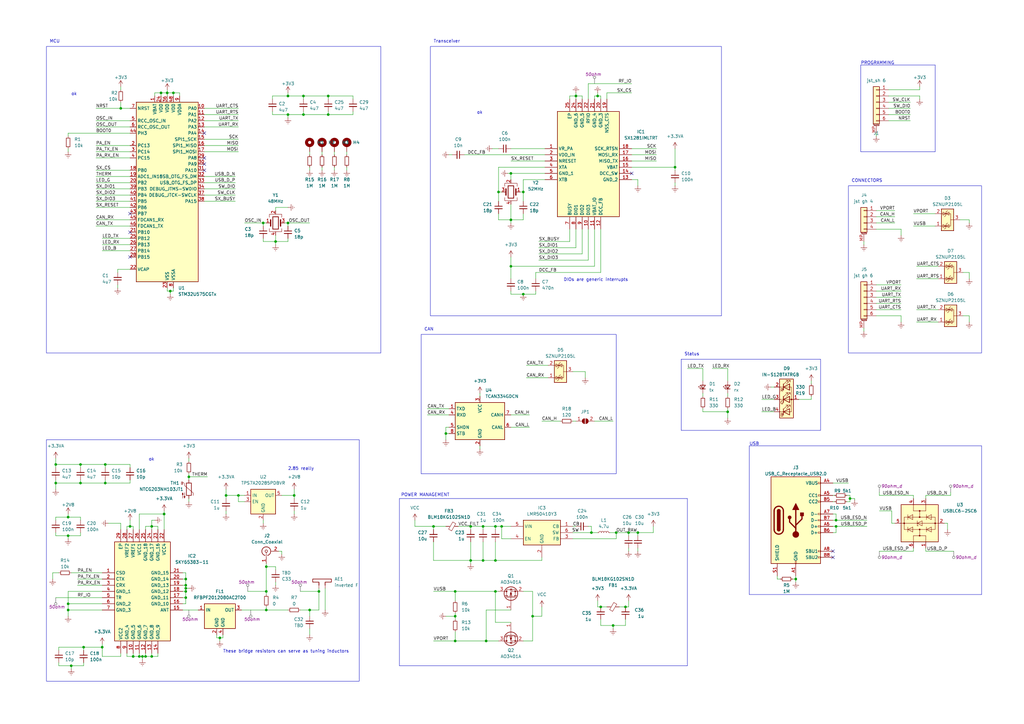
<source format=kicad_sch>
(kicad_sch (version 20231120) (generator "eeschema") (generator_version "8.0")
  (paper "A3")
  (lib_symbols
    (symbol "+3V3_11" (power) (pin_names (offset 0))
      (property "Value" "+3V3_11" (at 0 3.556 0))
      (symbol "+3V3_11_1_1"
        (pin power_in line (at 0 0 90) (length 0) hide (name "+3V3") (number "1"))
      )
    )
    (symbol "+3V3_12" (power) (pin_names (offset 0))
      (property "Value" "+3V3_12" (at 0 3.556 0))
      (symbol "+3V3_12_1_1"
        (pin power_in line (at 0 0 90) (length 0) hide (name "+3V3") (number "1"))
      )
    )
    (symbol "+3V3_5" (power) (pin_names (offset 0))
      (property "Value" "+3V3_5" (at 0 3.556 0))
      (symbol "+3V3_5_1_1"
        (pin power_in line (at 0 0 90) (length 0) hide (name "+3V3") (number "1"))
      )
    )
    (symbol "+3V3_9" (power) (pin_names (offset 0))
      (property "Value" "+3V3_9" (at 0 3.556 0))
      (symbol "+3V3_9_1_1"
        (pin power_in line (at 0 0 90) (length 0) hide (name "+3V3") (number "1"))
      )
    )
    (symbol "Connector:Conn_Coaxial" (pin_names (offset 1.016) hide)
      (property "Reference" "J" (at 0.254 3.048 0))
      (property "Value" "Conn_Coaxial" (at 2.921 0 90))
      (symbol "Conn_Coaxial_1_1"
        (pin passive line (at -5.08 0 0) (length 2.54) (name "In") (number "1"))
        (pin passive line (at 0 -5.08 90) (length 2.54) (name "Ext") (number "2"))
      )
    )
    (symbol "Connector:USB_C_Receptacle_USB2.0" (pin_names (offset 1.016))
      (property "Reference" "J" (at -10.16 19.05 0))
      (property "Value" "USB_C_Receptacle_USB2.0" (at 19.05 19.05 0))
      (symbol "USB_C_Receptacle_USB2.0_1_1"
        (pin passive line (at 0 -22.86 90) (length 5.08) (name "GND") (number "A1"))
        (pin passive line (at 0 -22.86 90) (length 5.08) hide (name "GND") (number "A12"))
        (pin passive line (at 15.24 15.24 180) (length 5.08) (name "VBUS") (number "A4"))
        (pin bidirectional line (at 15.24 10.16 180) (length 5.08) (name "CC1") (number "A5"))
        (pin bidirectional line (at 15.24 -2.54 180) (length 5.08) (name "D+") (number "A6"))
        (pin bidirectional line (at 15.24 2.54 180) (length 5.08) (name "D-") (number "A7"))
        (pin bidirectional line (at 15.24 -12.7 180) (length 5.08) (name "SBU1") (number "A8"))
        (pin passive line (at 15.24 15.24 180) (length 5.08) hide (name "VBUS") (number "A9"))
        (pin passive line (at 0 -22.86 90) (length 5.08) hide (name "GND") (number "B1"))
        (pin passive line (at 0 -22.86 90) (length 5.08) hide (name "GND") (number "B12"))
        (pin passive line (at 15.24 15.24 180) (length 5.08) hide (name "VBUS") (number "B4"))
        (pin bidirectional line (at 15.24 7.62 180) (length 5.08) (name "CC2") (number "B5"))
        (pin bidirectional line (at 15.24 -5.08 180) (length 5.08) (name "D+") (number "B6"))
        (pin bidirectional line (at 15.24 0 180) (length 5.08) (name "D-") (number "B7"))
        (pin bidirectional line (at 15.24 -15.24 180) (length 5.08) (name "SBU2") (number "B8"))
        (pin passive line (at 15.24 15.24 180) (length 5.08) hide (name "VBUS") (number "B9"))
        (pin passive line (at -7.62 -22.86 90) (length 5.08) (name "SHIELD") (number "S1"))
      )
    )
    (symbol "Connector_Generic_MountingPin:Conn_01x04_MountingPin" (pin_names (offset 1.016) hide)
      (property "Reference" "J" (at 0 5.08 0))
      (property "Value" "Conn_01x04_MountingPin" (at 1.27 -7.62 0))
      (symbol "Conn_01x04_MountingPin_1_1"
        (text "Mounting" (at 0 -6.731 0) (effects (font (size 0.381 0.381))))
        (pin passive line (at -5.08 2.54 0) (length 3.81) (name "Pin_1") (number "1"))
        (pin passive line (at -5.08 0 0) (length 3.81) (name "Pin_2") (number "2"))
        (pin passive line (at -5.08 -2.54 0) (length 3.81) (name "Pin_3") (number "3"))
        (pin passive line (at -5.08 -5.08 0) (length 3.81) (name "Pin_4") (number "4"))
        (pin passive line (at 0 -10.16 90) (length 3.048) (name "MountPin") (number "MP"))
      )
    )
    (symbol "Connector_Generic_MountingPin:Conn_01x06_MountingPin" (pin_names (offset 1.016) hide)
      (property "Reference" "J" (at 0 7.62 0))
      (property "Value" "Conn_01x06_MountingPin" (at 1.27 -10.16 0))
      (symbol "Conn_01x06_MountingPin_1_1"
        (text "Mounting" (at 0 -9.271 0) (effects (font (size 0.381 0.381))))
        (pin passive line (at -5.08 5.08 0) (length 3.81) (name "Pin_1") (number "1"))
        (pin passive line (at -5.08 2.54 0) (length 3.81) (name "Pin_2") (number "2"))
        (pin passive line (at -5.08 0 0) (length 3.81) (name "Pin_3") (number "3"))
        (pin passive line (at -5.08 -2.54 0) (length 3.81) (name "Pin_4") (number "4"))
        (pin passive line (at -5.08 -5.08 0) (length 3.81) (name "Pin_5") (number "5"))
        (pin passive line (at -5.08 -7.62 0) (length 3.81) (name "Pin_6") (number "6"))
        (pin passive line (at 0 -12.7 90) (length 3.048) (name "MountPin") (number "MP"))
      )
    )
    (symbol "DEA202450BT-1261A2:DEA202450BT-1261A2"
      (property "Reference" "FL" (at -10.16 10.16 0))
      (property "Value" "DEA202450BT-1261A2" (at -10.16 7.62 0))
      (symbol "DEA202450BT-1261A2_1_1"
        (pin passive line (at -8.89 1.27 0) (length 2.54) (name "IN") (number "1"))
        (pin passive line (at -1.27 -8.89 90) (length 2.54) (name "GND") (number "2"))
        (pin passive line (at 8.89 1.27 180) (length 2.54) (name "OUT") (number "3"))
        (pin passive line (at 1.27 -8.89 90) (length 2.54) (name "GND") (number "4"))
      )
    )
    (symbol "Device:Antenna_Dipole" (pin_numbers hide) (pin_names (offset 1.016) hide)
      (property "Reference" "AE" (at 1.27 1.27 0))
      (property "Value" "Antenna_Dipole" (at 1.27 0 0))
      (symbol "Antenna_Dipole_1_1"
        (pin input line (at 0 -5.08 90) (length 2.54) (name "~") (number "1"))
        (pin input line (at 2.54 -5.08 90) (length 2.54) (name "~") (number "2"))
      )
    )
    (symbol "Device:C_Small" (pin_numbers hide) (pin_names (offset 0.254) hide)
      (property "Reference" "C" (at 0.254 1.778 0))
      (property "Value" "C_Small" (at 0.254 -2.032 0))
      (symbol "C_Small_1_1"
        (pin passive line (at 0 2.54 270) (length 2.032) (name "~") (number "1"))
        (pin passive line (at 0 -2.54 90) (length 2.032) (name "~") (number "2"))
      )
    )
    (symbol "Device:Crystal_GND24" (pin_names (offset 1.016) hide)
      (property "Reference" "Y" (at 3.175 5.08 0))
      (property "Value" "Crystal_GND24" (at 3.175 3.175 0))
      (symbol "Crystal_GND24_1_1"
        (pin passive line (at -3.81 0 0) (length 1.27) (name "1") (number "1"))
        (pin passive line (at 0 5.08 270) (length 1.27) (name "2") (number "2"))
        (pin passive line (at 3.81 0 180) (length 1.27) (name "3") (number "3"))
        (pin passive line (at 0 -5.08 90) (length 1.27) (name "4") (number "4"))
      )
    )
    (symbol "Device:FerriteBead_Small" (pin_numbers hide) (pin_names (offset 0))
      (property "Reference" "FB" (at 1.905 1.27 0))
      (property "Value" "FerriteBead_Small" (at 1.905 -1.27 0))
      (symbol "FerriteBead_Small_1_1"
        (pin passive line (at 0 2.54 270) (length 1.27) (name "~") (number "1"))
        (pin passive line (at 0 -2.54 90) (length 1.27) (name "~") (number "2"))
      )
    )
    (symbol "Device:LED_ARGB" (pin_names (offset 0) hide)
      (property "Reference" "D" (at 0 9.398 0))
      (property "Value" "LED_ARGB" (at 0 -8.89 0))
      (symbol "LED_ARGB_0_0"
        (text "B" (at -1.905 -6.35 0) (effects (font (size 1.27 1.27))))
        (text "G" (at -1.905 -1.27 0) (effects (font (size 1.27 1.27))))
        (text "R" (at -1.905 3.81 0) (effects (font (size 1.27 1.27))))
      )
      (symbol "LED_ARGB_1_1"
        (pin passive line (at 5.08 0 180) (length 2.54) (name "A") (number "1"))
        (pin passive line (at -5.08 5.08 0) (length 2.54) (name "RK") (number "2"))
        (pin passive line (at -5.08 0 0) (length 2.54) (name "GK") (number "3"))
        (pin passive line (at -5.08 -5.08 0) (length 2.54) (name "BK") (number "4"))
      )
    )
    (symbol "Device:LED_Small" (pin_numbers hide) (pin_names (offset 0.254) hide)
      (property "Reference" "D" (at -1.27 3.175 0))
      (property "Value" "LED_Small" (at -4.445 -2.54 0))
      (symbol "LED_Small_1_1"
        (pin passive line (at -2.54 0 0) (length 1.778) (name "K") (number "1"))
        (pin passive line (at 2.54 0 180) (length 1.778) (name "A") (number "2"))
      )
    )
    (symbol "Device:L_Small" (pin_numbers hide) (pin_names (offset 0.254) hide)
      (property "Reference" "L" (at 0.762 1.016 0))
      (property "Value" "L_Small" (at 0.762 -1.016 0))
      (symbol "L_Small_1_1"
        (pin passive line (at 0 2.54 270) (length 0.508) (name "~") (number "1"))
        (pin passive line (at 0 -2.54 90) (length 0.508) (name "~") (number "2"))
      )
    )
    (symbol "Device:R_Small" (pin_numbers hide) (pin_names (offset 0.254) hide)
      (property "Reference" "R" (at 0.762 0.508 0))
      (property "Value" "R_Small" (at 0.762 -1.016 0))
      (symbol "R_Small_1_1"
        (pin passive line (at 0 2.54 270) (length 0.762) (name "~") (number "1"))
        (pin passive line (at 0 -2.54 90) (length 0.762) (name "~") (number "2"))
      )
    )
    (symbol "Device:Thermistor_NTC" (pin_numbers hide) (pin_names (offset 0))
      (property "Reference" "TH" (at -4.445 0 90))
      (property "Value" "Thermistor_NTC" (at 3.175 0 90))
      (symbol "Thermistor_NTC_1_1"
        (pin passive line (at 0 3.81 270) (length 1.27) (name "~") (number "1"))
        (pin passive line (at 0 -3.81 90) (length 1.27) (name "~") (number "2"))
      )
    )
    (symbol "Earth_1" (power) (pin_names (offset 0))
      (symbol "Earth_1_1_1"
        (pin power_in line (at 0 0 270) (length 0) hide (name "Earth") (number "1"))
      )
    )
    (symbol "Earth_10" (power) (pin_names (offset 0))
      (symbol "Earth_10_1_1"
        (pin power_in line (at 0 0 270) (length 0) hide (name "Earth") (number "1"))
      )
    )
    (symbol "Earth_11" (power) (pin_names (offset 0))
      (symbol "Earth_11_1_1"
        (pin power_in line (at 0 0 270) (length 0) hide (name "Earth") (number "1"))
      )
    )
    (symbol "Earth_12" (power) (pin_names (offset 0))
      (symbol "Earth_12_1_1"
        (pin power_in line (at 0 0 270) (length 0) hide (name "Earth") (number "1"))
      )
    )
    (symbol "Earth_13" (power) (pin_names (offset 0))
      (symbol "Earth_13_1_1"
        (pin power_in line (at 0 0 270) (length 0) hide (name "Earth") (number "1"))
      )
    )
    (symbol "Earth_14" (power) (pin_names (offset 0))
      (symbol "Earth_14_1_1"
        (pin power_in line (at 0 0 270) (length 0) hide (name "Earth") (number "1"))
      )
    )
    (symbol "Earth_15" (power) (pin_names (offset 0))
      (symbol "Earth_15_1_1"
        (pin power_in line (at 0 0 270) (length 0) hide (name "Earth") (number "1"))
      )
    )
    (symbol "Earth_16" (power) (pin_names (offset 0))
      (symbol "Earth_16_1_1"
        (pin power_in line (at 0 0 270) (length 0) hide (name "Earth") (number "1"))
      )
    )
    (symbol "Earth_17" (power) (pin_names (offset 0))
      (symbol "Earth_17_1_1"
        (pin power_in line (at 0 0 270) (length 0) hide (name "Earth") (number "1"))
      )
    )
    (symbol "Earth_18" (power) (pin_names (offset 0))
      (symbol "Earth_18_1_1"
        (pin power_in line (at 0 0 270) (length 0) hide (name "Earth") (number "1"))
      )
    )
    (symbol "Earth_19" (power) (pin_names (offset 0))
      (symbol "Earth_19_1_1"
        (pin power_in line (at 0 0 270) (length 0) hide (name "Earth") (number "1"))
      )
    )
    (symbol "Earth_2" (power) (pin_names (offset 0))
      (symbol "Earth_2_1_1"
        (pin power_in line (at 0 0 270) (length 0) hide (name "Earth") (number "1"))
      )
    )
    (symbol "Earth_20" (power) (pin_names (offset 0))
      (symbol "Earth_20_1_1"
        (pin power_in line (at 0 0 270) (length 0) hide (name "Earth") (number "1"))
      )
    )
    (symbol "Earth_21" (power) (pin_names (offset 0))
      (symbol "Earth_21_1_1"
        (pin power_in line (at 0 0 270) (length 0) hide (name "Earth") (number "1"))
      )
    )
    (symbol "Earth_22" (power) (pin_names (offset 0))
      (symbol "Earth_22_1_1"
        (pin power_in line (at 0 0 270) (length 0) hide (name "Earth") (number "1"))
      )
    )
    (symbol "Earth_23" (power) (pin_names (offset 0))
      (symbol "Earth_23_1_1"
        (pin power_in line (at 0 0 270) (length 0) hide (name "Earth") (number "1"))
      )
    )
    (symbol "Earth_24" (power) (pin_names (offset 0))
      (symbol "Earth_24_1_1"
        (pin power_in line (at 0 0 270) (length 0) hide (name "Earth") (number "1"))
      )
    )
    (symbol "Earth_25" (power) (pin_names (offset 0))
      (symbol "Earth_25_1_1"
        (pin power_in line (at 0 0 270) (length 0) hide (name "Earth") (number "1"))
      )
    )
    (symbol "Earth_26" (power) (pin_names (offset 0))
      (symbol "Earth_26_1_1"
        (pin power_in line (at 0 0 270) (length 0) hide (name "Earth") (number "1"))
      )
    )
    (symbol "Earth_27" (power) (pin_names (offset 0))
      (symbol "Earth_27_1_1"
        (pin power_in line (at 0 0 270) (length 0) hide (name "Earth") (number "1"))
      )
    )
    (symbol "Earth_28" (power) (pin_names (offset 0))
      (symbol "Earth_28_1_1"
        (pin power_in line (at 0 0 270) (length 0) hide (name "Earth") (number "1"))
      )
    )
    (symbol "Earth_29" (power) (pin_names (offset 0))
      (symbol "Earth_29_1_1"
        (pin power_in line (at 0 0 270) (length 0) hide (name "Earth") (number "1"))
      )
    )
    (symbol "Earth_3" (power) (pin_names (offset 0))
      (symbol "Earth_3_1_1"
        (pin power_in line (at 0 0 270) (length 0) hide (name "Earth") (number "1"))
      )
    )
    (symbol "Earth_30" (power) (pin_names (offset 0))
      (symbol "Earth_30_1_1"
        (pin power_in line (at 0 0 270) (length 0) hide (name "Earth") (number "1"))
      )
    )
    (symbol "Earth_31" (power) (pin_names (offset 0))
      (symbol "Earth_31_1_1"
        (pin power_in line (at 0 0 270) (length 0) hide (name "Earth") (number "1"))
      )
    )
    (symbol "Earth_32" (power) (pin_names (offset 0))
      (symbol "Earth_32_1_1"
        (pin power_in line (at 0 0 270) (length 0) hide (name "Earth") (number "1"))
      )
    )
    (symbol "Earth_33" (power) (pin_names (offset 0))
      (symbol "Earth_33_1_1"
        (pin power_in line (at 0 0 270) (length 0) hide (name "Earth") (number "1"))
      )
    )
    (symbol "Earth_34" (power) (pin_names (offset 0))
      (symbol "Earth_34_1_1"
        (pin power_in line (at 0 0 270) (length 0) hide (name "Earth") (number "1"))
      )
    )
    (symbol "Earth_35" (power) (pin_names (offset 0))
      (symbol "Earth_35_1_1"
        (pin power_in line (at 0 0 270) (length 0) hide (name "Earth") (number "1"))
      )
    )
    (symbol "Earth_36" (power) (pin_names (offset 0))
      (symbol "Earth_36_1_1"
        (pin power_in line (at 0 0 270) (length 0) hide (name "Earth") (number "1"))
      )
    )
    (symbol "Earth_37" (power) (pin_names (offset 0))
      (symbol "Earth_37_1_1"
        (pin power_in line (at 0 0 270) (length 0) hide (name "Earth") (number "1"))
      )
    )
    (symbol "Earth_38" (power) (pin_names (offset 0))
      (symbol "Earth_38_1_1"
        (pin power_in line (at 0 0 270) (length 0) hide (name "Earth") (number "1"))
      )
    )
    (symbol "Earth_39" (power) (pin_names (offset 0))
      (symbol "Earth_39_1_1"
        (pin power_in line (at 0 0 270) (length 0) hide (name "Earth") (number "1"))
      )
    )
    (symbol "Earth_4" (power) (pin_names (offset 0))
      (symbol "Earth_4_1_1"
        (pin power_in line (at 0 0 270) (length 0) hide (name "Earth") (number "1"))
      )
    )
    (symbol "Earth_40" (power) (pin_names (offset 0))
      (symbol "Earth_40_1_1"
        (pin power_in line (at 0 0 270) (length 0) hide (name "Earth") (number "1"))
      )
    )
    (symbol "Earth_41" (power) (pin_names (offset 0))
      (symbol "Earth_41_1_1"
        (pin power_in line (at 0 0 270) (length 0) hide (name "Earth") (number "1"))
      )
    )
    (symbol "Earth_42" (power) (pin_names (offset 0))
      (symbol "Earth_42_1_1"
        (pin power_in line (at 0 0 270) (length 0) hide (name "Earth") (number "1"))
      )
    )
    (symbol "Earth_43" (power) (pin_names (offset 0))
      (symbol "Earth_43_1_1"
        (pin power_in line (at 0 0 270) (length 0) hide (name "Earth") (number "1"))
      )
    )
    (symbol "Earth_44" (power) (pin_names (offset 0))
      (symbol "Earth_44_1_1"
        (pin power_in line (at 0 0 270) (length 0) hide (name "Earth") (number "1"))
      )
    )
    (symbol "Earth_45" (power) (pin_names (offset 0))
      (symbol "Earth_45_1_1"
        (pin power_in line (at 0 0 270) (length 0) hide (name "Earth") (number "1"))
      )
    )
    (symbol "Earth_46" (power) (pin_names (offset 0))
      (symbol "Earth_46_1_1"
        (pin power_in line (at 0 0 270) (length 0) hide (name "Earth") (number "1"))
      )
    )
    (symbol "Earth_47" (power) (pin_names (offset 0))
      (symbol "Earth_47_1_1"
        (pin power_in line (at 0 0 270) (length 0) hide (name "Earth") (number "1"))
      )
    )
    (symbol "Earth_48" (power) (pin_names (offset 0))
      (symbol "Earth_48_1_1"
        (pin power_in line (at 0 0 270) (length 0) hide (name "Earth") (number "1"))
      )
    )
    (symbol "Earth_5" (power) (pin_names (offset 0))
      (symbol "Earth_5_1_1"
        (pin power_in line (at 0 0 270) (length 0) hide (name "Earth") (number "1"))
      )
    )
    (symbol "Earth_50" (power) (pin_names (offset 0))
      (symbol "Earth_50_1_1"
        (pin power_in line (at 0 0 270) (length 0) hide (name "Earth") (number "1"))
      )
    )
    (symbol "Earth_6" (power) (pin_names (offset 0))
      (symbol "Earth_6_1_1"
        (pin power_in line (at 0 0 270) (length 0) hide (name "Earth") (number "1"))
      )
    )
    (symbol "Earth_7" (power) (pin_names (offset 0))
      (symbol "Earth_7_1_1"
        (pin power_in line (at 0 0 270) (length 0) hide (name "Earth") (number "1"))
      )
    )
    (symbol "Earth_8" (power) (pin_names (offset 0))
      (symbol "Earth_8_1_1"
        (pin power_in line (at 0 0 270) (length 0) hide (name "Earth") (number "1"))
      )
    )
    (symbol "Earth_9" (power) (pin_names (offset 0))
      (symbol "Earth_9_1_1"
        (pin power_in line (at 0 0 270) (length 0) hide (name "Earth") (number "1"))
      )
    )
    (symbol "Interface_CAN_LIN:TCAN334"
      (property "Reference" "U" (at -10.16 8.89 0))
      (property "Value" "TCAN334" (at 2.54 8.89 0))
      (symbol "TCAN334_1_1"
        (pin input line (at -12.7 5.08 0) (length 2.54) (name "TXD") (number "1"))
        (pin power_in line (at 0 -10.16 90) (length 2.54) (name "GND") (number "2"))
        (pin power_in line (at 0 10.16 270) (length 2.54) (name "VCC") (number "3"))
        (pin tri_state line (at -12.7 2.54 0) (length 2.54) (name "RXD") (number "4"))
        (pin input line (at -12.7 -2.54 0) (length 2.54) (name "SHDN") (number "5"))
        (pin bidirectional line (at 12.7 -2.54 180) (length 2.54) (name "CANL") (number "6"))
        (pin bidirectional line (at 12.7 2.54 180) (length 2.54) (name "CANH") (number "7"))
        (pin input line (at -12.7 -5.08 0) (length 2.54) (name "STB") (number "8"))
      )
    )
    (symbol "Jumper:SolderJumper_2_Open" (pin_names (offset 0) hide)
      (property "Reference" "JP" (at 0 2.032 0))
      (property "Value" "SolderJumper_2_Open" (at 0 -2.54 0))
      (symbol "SolderJumper_2_Open_1_1"
        (pin passive line (at -3.81 0 0) (length 2.54) (name "A") (number "1"))
        (pin passive line (at 3.81 0 180) (length 2.54) (name "B") (number "2"))
      )
    )
    (symbol "LMR50410YQDBVRQ1:LMR50410YQDBVRQ1"
      (property "Reference" "IC" (at 21.59 7.62 0))
      (property "Value" "LMR50410YQDBVRQ1" (at 21.59 5.08 0))
      (symbol "LMR50410YQDBVRQ1_1_1"
        (pin passive line (at 25.4 0 180) (length 5.08) (name "CB") (number "1"))
        (pin passive line (at 12.7 -12.7 90) (length 5.08) (name "GND") (number "2"))
        (pin passive line (at 25.4 -5.08 180) (length 5.08) (name "FB") (number "3"))
        (pin passive line (at 0 -5.08 0) (length 5.08) (name "EN") (number "4"))
        (pin passive line (at 0 0 0) (length 5.08) (name "VIN") (number "5"))
        (pin passive line (at 25.4 -2.54 180) (length 5.08) (name "SW") (number "6"))
      )
    )
    (symbol "MCU_ST_STM32U5:STM32U575CGTx"
      (property "Reference" "U" (at -12.7 39.37 0))
      (property "Value" "STM32U575CGTx" (at 7.62 39.37 0))
      (symbol "STM32U575CGTx_1_1"
        (pin power_in line (at -5.08 40.64 270) (length 2.54) (name "VBAT") (number "1"))
        (pin bidirectional line (at 15.24 35.56 180) (length 2.54) (name "PA0") (number "10"))
        (pin bidirectional line (at 15.24 33.02 180) (length 2.54) (name "PA1") (number "11") (alternate "SPI1_SCK" bidirectional line))
        (pin bidirectional line (at 15.24 30.48 180) (length 2.54) (name "PA2") (number "12"))
        (pin bidirectional line (at 15.24 27.94 180) (length 2.54) (name "PA3") (number "13"))
        (pin bidirectional line (at 15.24 25.4 180) (length 2.54) (name "PA4") (number "14"))
        (pin bidirectional line (at 15.24 22.86 180) (length 2.54) (name "PA5") (number "15") (alternate "SPI1_SCK" bidirectional line))
        (pin bidirectional line (at 15.24 20.32 180) (length 2.54) (name "PA6") (number "16") (alternate "SPI1_MISO" bidirectional line))
        (pin bidirectional line (at 15.24 17.78 180) (length 2.54) (name "PA7") (number "17") (alternate "SPI1_MOSI" bidirectional line))
        (pin bidirectional line (at -15.24 10.16 0) (length 2.54) (name "PB0") (number "18"))
        (pin bidirectional line (at -15.24 7.62 0) (length 2.54) (name "PB1") (number "19") (alternate "ADC1_IN16" bidirectional line))
        (pin bidirectional line (at -15.24 20.32 0) (length 2.54) (name "PC13") (number "2"))
        (pin bidirectional line (at -15.24 5.08 0) (length 2.54) (name "PB2") (number "20"))
        (pin bidirectional line (at -15.24 -15.24 0) (length 2.54) (name "PB10") (number "21"))
        (pin power_out line (at -15.24 -30.48 0) (length 2.54) (name "VCAP") (number "22"))
        (pin power_in line (at 0 -38.1 90) (length 2.54) (name "VSS") (number "23"))
        (pin power_in line (at -2.54 40.64 270) (length 2.54) (name "VDD") (number "24"))
        (pin bidirectional line (at -15.24 -17.78 0) (length 2.54) (name "PB12") (number "25"))
        (pin bidirectional line (at -15.24 -20.32 0) (length 2.54) (name "PB13") (number "26"))
        (pin bidirectional line (at -15.24 -22.86 0) (length 2.54) (name "PB14") (number "27"))
        (pin bidirectional line (at -15.24 -25.4 0) (length 2.54) (name "PB15") (number "28"))
        (pin bidirectional line (at 15.24 15.24 180) (length 2.54) (name "PA8") (number "29"))
        (pin bidirectional line (at -15.24 17.78 0) (length 2.54) (name "PC14") (number "3"))
        (pin bidirectional line (at 15.24 12.7 180) (length 2.54) (name "PA9") (number "30"))
        (pin bidirectional line (at 15.24 10.16 180) (length 2.54) (name "PA10") (number "31"))
        (pin bidirectional line (at 15.24 7.62 180) (length 2.54) (name "PA11") (number "32") (alternate "FDCAN1_RX" bidirectional line) (alternate "SPI1_MISO" bidirectional line) (alternate "USB_OTG_FS_DM" bidirectional line))
        (pin bidirectional line (at 15.24 5.08 180) (length 2.54) (name "PA12") (number "33") (alternate "FDCAN1_TX" bidirectional line) (alternate "SPI1_MOSI" bidirectional line) (alternate "USB_OTG_FS_DP" bidirectional line))
        (pin bidirectional line (at 15.24 2.54 180) (length 2.54) (name "PA13") (number "34") (alternate "DEBUG_JTMS-SWDIO" bidirectional line))
        (pin passive line (at 0 -38.1 90) (length 2.54) hide (name "VSS") (number "35"))
        (pin power_in line (at 0 40.64 270) (length 2.54) (name "VDD") (number "36"))
        (pin bidirectional line (at 15.24 0 180) (length 2.54) (name "PA14") (number "37") (alternate "DEBUG_JTCK-SWCLK" bidirectional line))
        (pin bidirectional line (at 15.24 -2.54 180) (length 2.54) (name "PA15") (number "38"))
        (pin bidirectional line (at -15.24 2.54 0) (length 2.54) (name "PB3") (number "39") (alternate "SPI1_SCK" bidirectional line))
        (pin bidirectional line (at -15.24 15.24 0) (length 2.54) (name "PC15") (number "4"))
        (pin bidirectional line (at -15.24 0 0) (length 2.54) (name "PB4") (number "40") (alternate "SPI1_MISO" bidirectional line))
        (pin bidirectional line (at -15.24 -2.54 0) (length 2.54) (name "PB5") (number "41") (alternate "SPI1_MOSI" bidirectional line))
        (pin bidirectional line (at -15.24 -5.08 0) (length 2.54) (name "PB6") (number "42"))
        (pin bidirectional line (at -15.24 -7.62 0) (length 2.54) (name "PB7") (number "43"))
        (pin bidirectional line (at -15.24 25.4 0) (length 2.54) (name "PH3") (number "44"))
        (pin bidirectional line (at -15.24 -10.16 0) (length 2.54) (name "PB8") (number "45") (alternate "FDCAN1_RX" bidirectional line))
        (pin bidirectional line (at -15.24 -12.7 0) (length 2.54) (name "PB9") (number "46") (alternate "FDCAN1_TX" bidirectional line))
        (pin passive line (at 0 -38.1 90) (length 2.54) hide (name "VSS") (number "47"))
        (pin power_in line (at 2.54 40.64 270) (length 2.54) (name "VDD") (number "48"))
        (pin bidirectional line (at -15.24 30.48 0) (length 2.54) (name "PH0") (number "5") (alternate "RCC_OSC_IN" bidirectional line))
        (pin bidirectional line (at -15.24 27.94 0) (length 2.54) (name "PH1") (number "6") (alternate "RCC_OSC_OUT" bidirectional line))
        (pin input line (at -15.24 35.56 0) (length 2.54) (name "NRST") (number "7"))
        (pin power_in line (at 2.54 -38.1 90) (length 2.54) (name "VSSA") (number "8"))
        (pin power_in line (at 5.08 40.64 270) (length 2.54) (name "VDDA") (number "9"))
      )
    )
    (symbol "Mechanical:MountingHole_Pad" (pin_numbers hide) (pin_names (offset 1.016) hide)
      (property "Reference" "H" (at 0 6.35 0))
      (property "Value" "MountingHole_Pad" (at 0 4.445 0))
      (symbol "MountingHole_Pad_1_1"
        (pin input line (at 0 -2.54 90) (length 2.54) (name "1") (number "1"))
      )
    )
    (symbol "Power_Protection:SZNUP2105L" (pin_names hide)
      (property "Reference" "D" (at 5.715 2.54 0))
      (property "Value" "SZNUP2105L" (at 5.715 0.635 0))
      (symbol "SZNUP2105L_0_0"
        (pin passive line (at 0 -5.08 90) (length 2.54) (name "A") (number "3"))
      )
      (symbol "SZNUP2105L_1_1"
        (pin passive line (at -2.54 5.08 270) (length 2.54) (name "K") (number "1"))
        (pin passive line (at 2.54 5.08 270) (length 2.54) (name "K") (number "2"))
      )
    )
    (symbol "Power_Protection:USBLC6-2SC6" (pin_names hide)
      (property "Reference" "U" (at 2.54 8.89 0))
      (property "Value" "USBLC6-2SC6" (at 2.54 -8.89 0))
      (symbol "USBLC6-2SC6_1_1"
        (pin passive line (at -10.16 -2.54 0) (length 2.54) (name "I/O1") (number "1"))
        (pin passive line (at 0 -10.16 90) (length 2.54) (name "GND") (number "2"))
        (pin passive line (at 10.16 -2.54 180) (length 2.54) (name "I/O2") (number "3"))
        (pin passive line (at 10.16 2.54 180) (length 2.54) (name "I/O2") (number "4"))
        (pin passive line (at 0 10.16 270) (length 2.54) (name "VBUS") (number "5"))
        (pin passive line (at -10.16 2.54 0) (length 2.54) (name "I/O1") (number "6"))
      )
    )
    (symbol "Regulator_Linear:TPS7A0508PDBV"
      (property "Reference" "U" (at -3.81 6.35 0))
      (property "Value" "TPS7A0508PDBV" (at 6.35 6.35 0))
      (symbol "TPS7A0508PDBV_0_1"
        (pin power_in line (at -7.62 2.54 0) (length 2.54) (name "IN") (number "1"))
        (pin power_in line (at 0 -7.62 90) (length 2.54) (name "GND") (number "2"))
        (pin input line (at -7.62 0 0) (length 2.54) (name "EN") (number "3"))
        (pin no_connect line (at 5.08 0 180) (length 2.54) hide (name "NC") (number "4"))
        (pin power_out line (at 7.62 2.54 180) (length 2.54) (name "OUT") (number "5"))
      )
    )
    (symbol "SX1281:SX1281IMLTRT"
      (property "Reference" "IC" (at 31.75 20.32 0))
      (property "Value" "SX1281IMLTRT" (at 31.75 17.78 0))
      (symbol "SX1281IMLTRT_1_1"
        (pin passive line (at 0 0 0) (length 5.08) (name "VR_PA") (number "1"))
        (pin passive line (at 17.78 -33.02 90) (length 5.08) (name "DIO3") (number "10"))
        (pin passive line (at 20.32 -33.02 90) (length 5.08) (name "VBAT_IO") (number "11"))
        (pin passive line (at 22.86 -33.02 90) (length 5.08) (name "DCC_FB") (number "12"))
        (pin passive line (at 35.56 -12.7 180) (length 5.08) (name "GND_2") (number "13"))
        (pin passive line (at 35.56 -10.16 180) (length 5.08) (name "DCC_SW") (number "14"))
        (pin passive line (at 35.56 -7.62 180) (length 5.08) (name "VBAT") (number "15"))
        (pin passive line (at 35.56 -5.08 180) (length 5.08) (name "MISO_TX") (number "16"))
        (pin passive line (at 35.56 -2.54 180) (length 5.08) (name "MOSI_RX") (number "17"))
        (pin passive line (at 35.56 0 180) (length 5.08) (name "SCK_RTSN") (number "18"))
        (pin passive line (at 25.4 20.32 270) (length 5.08) (name "NSS_CTS") (number "19"))
        (pin passive line (at 0 -2.54 0) (length 5.08) (name "VDD_IN") (number "2"))
        (pin passive line (at 22.86 20.32 270) (length 5.08) (name "GND_3") (number "20"))
        (pin passive line (at 20.32 20.32 270) (length 5.08) (name "GND_4") (number "21"))
        (pin passive line (at 17.78 20.32 270) (length 5.08) (name "RFIO") (number "22"))
        (pin passive line (at 15.24 20.32 270) (length 5.08) (name "GND_5") (number "23"))
        (pin passive line (at 12.7 20.32 270) (length 5.08) (name "GND_6") (number "24"))
        (pin passive line (at 10.16 20.32 270) (length 5.08) (name "EP") (number "25"))
        (pin passive line (at 0 -5.08 0) (length 5.08) (name "NRESET") (number "3"))
        (pin passive line (at 0 -7.62 0) (length 5.08) (name "XTA") (number "4"))
        (pin passive line (at 0 -10.16 0) (length 5.08) (name "GND_1") (number "5"))
        (pin passive line (at 0 -12.7 0) (length 5.08) (name "XTB") (number "6"))
        (pin passive line (at 10.16 -33.02 90) (length 5.08) (name "BUSY") (number "7"))
        (pin passive line (at 12.7 -33.02 90) (length 5.08) (name "DIO1") (number "8"))
        (pin passive line (at 15.24 -33.02 90) (length 5.08) (name "DIO2") (number "9"))
      )
    )
    (symbol "Transistor_FET:AO3401A" (pin_names hide)
      (property "Reference" "Q" (at 5.08 1.905 0))
      (property "Value" "AO3401A" (at 5.08 0 0))
      (symbol "AO3401A_1_1"
        (pin input line (at -5.08 0 0) (length 2.54) (name "G") (number "1"))
        (pin passive line (at 2.54 -5.08 90) (length 2.54) (name "S") (number "2"))
        (pin passive line (at 2.54 5.08 270) (length 2.54) (name "D") (number "3"))
      )
    )
    (symbol "power:+2V8" (power) (pin_names (offset 0))
      (property "Value" "+2V8" (at 0 3.556 0))
      (symbol "+2V8_1_1"
        (pin power_in line (at 0 0 90) (length 0) hide (name "+2V8") (number "1"))
      )
    )
    (symbol "power:+3.3VA" (power) (pin_names (offset 0))
      (property "Value" "+3.3VA" (at 0 3.556 0))
      (symbol "+3.3VA_1_1"
        (pin power_in line (at 0 0 90) (length 0) hide (name "+3.3VA") (number "1"))
      )
    )
    (symbol "power:+3V3" (power) (pin_names (offset 0))
      (property "Value" "+3V3" (at 0 3.556 0))
      (symbol "+3V3_1_1"
        (pin power_in line (at 0 0 90) (length 0) hide (name "+3V3") (number "1"))
      )
    )
    (symbol "power:Earth" (power) (pin_names (offset 0))
      (symbol "Earth_1_1"
        (pin power_in line (at 0 0 270) (length 0) hide (name "Earth") (number "1"))
      )
    )
    (symbol "power:VCC" (power) (pin_names (offset 0))
      (property "Value" "VCC" (at 0 3.81 0))
      (symbol "VCC_1_1"
        (pin power_in line (at 0 0 90) (length 0) hide (name "VCC") (number "1"))
      )
    )
    (symbol "sky65383:SKY65383-11"
      (property "Reference" "IC" (at 29.21 17.78 0))
      (property "Value" "SKY65383-11" (at 29.21 15.24 0))
      (symbol "SKY65383-11_1_1"
        (pin passive line (at 0 0 0) (length 5.08) (name "CSD") (number "1"))
        (pin passive line (at 12.7 -33.02 90) (length 5.08) (name "GND_5") (number "10"))
        (pin passive line (at 15.24 -33.02 90) (length 5.08) (name "GND_6") (number "11"))
        (pin passive line (at 17.78 -33.02 90) (length 5.08) (name "GND_7") (number "12"))
        (pin passive line (at 20.32 -33.02 90) (length 5.08) (name "GND_8") (number "13"))
        (pin passive line (at 22.86 -33.02 90) (length 5.08) (name "GND_9") (number "14"))
        (pin passive line (at 33.02 -15.24 180) (length 5.08) (name "ANT") (number "15"))
        (pin passive line (at 33.02 -12.7 180) (length 5.08) (name "GND_10") (number "16"))
        (pin passive line (at 33.02 -10.16 180) (length 5.08) (name "GND_11") (number "17"))
        (pin passive line (at 33.02 -7.62 180) (length 5.08) (name "GND_12") (number "18"))
        (pin passive line (at 33.02 -5.08 180) (length 5.08) (name "GND_13") (number "19"))
        (pin passive line (at 0 -2.54 0) (length 5.08) (name "CTX") (number "2"))
        (pin passive line (at 33.02 -2.54 180) (length 5.08) (name "GND_14") (number "20"))
        (pin passive line (at 33.02 0 180) (length 5.08) (name "GND_15") (number "21"))
        (pin passive line (at 25.4 17.78 270) (length 5.08) (name "VCC4") (number "22"))
        (pin passive line (at 22.86 17.78 270) (length 5.08) (name "GND_16") (number "23"))
        (pin passive line (at 20.32 17.78 270) (length 5.08) (name "GND_17") (number "24"))
        (pin passive line (at 17.78 17.78 270) (length 5.08) (name "GND_18") (number "25"))
        (pin passive line (at 15.24 17.78 270) (length 5.08) (name "VCC1") (number "26"))
        (pin passive line (at 12.7 17.78 270) (length 5.08) (name "VREF1") (number "27"))
        (pin passive line (at 10.16 17.78 270) (length 5.08) (name "VREF2") (number "28"))
        (pin passive line (at 7.62 17.78 270) (length 5.08) (name "EP") (number "29"))
        (pin passive line (at 0 -5.08 0) (length 5.08) (name "CRX") (number "3"))
        (pin passive line (at 0 -7.62 0) (length 5.08) (name "GND_1") (number "4"))
        (pin passive line (at 0 -10.16 0) (length 5.08) (name "TR") (number "5"))
        (pin passive line (at 0 -12.7 0) (length 5.08) (name "GND_2") (number "6"))
        (pin passive line (at 0 -15.24 0) (length 5.08) (name "GND_3") (number "7"))
        (pin passive line (at 7.62 -33.02 90) (length 5.08) (name "VCC2") (number "8"))
        (pin passive line (at 10.16 -33.02 90) (length 5.08) (name "GND_4") (number "9"))
      )
    )
  )
  (junction (at 57.15 269.24))
  (junction (at 209.55 90.17))
  (junction (at 134.62 46.99))
  (junction (at 203.2 242.57))
  (junction (at 199.39 262.89))
  (junction (at 209.55 109.22))
  (junction (at 298.45 168.91))
  (junction (at 186.69 252.73))
  (junction (at 62.23 215.9))
  (junction (at 41.91 265.43))
  (junction (at 198.12 229.87))
  (junction (at 203.2 215.9))
  (junction (at 186.69 242.57))
  (junction (at 71.12 38.1))
  (junction (at 113.03 99.06))
  (junction (at 326.39 237.49))
  (junction (at 43.18 198.12))
  (junction (at 261.62 218.44))
  (junction (at 22.86 190.5))
  (junction (at 67.31 210.82))
  (junction (at 97.79 203.2))
  (junction (at 76.2 245.11))
  (junction (at 53.34 215.9))
  (junction (at 134.62 39.37))
  (junction (at 118.11 46.99))
  (junction (at 76.2 241.3))
  (junction (at 27.94 250.19))
  (junction (at 49.53 44.45))
  (junction (at 29.21 273.05))
  (junction (at 276.86 68.58))
  (junction (at 76.2 242.57))
  (junction (at 92.71 203.2))
  (junction (at 90.17 261.62))
  (junction (at 177.8 215.9))
  (junction (at 120.65 203.2))
  (junction (at 27.94 219.71))
  (junction (at 342.9 213.36))
  (junction (at 186.69 262.89))
  (junction (at 193.04 215.9))
  (junction (at 118.11 91.44))
  (junction (at 245.11 39.37))
  (junction (at 34.29 265.43))
  (junction (at 66.04 38.1))
  (junction (at 62.23 269.24))
  (junction (at 251.46 256.54))
  (junction (at 256.54 248.92))
  (junction (at 203.2 229.87))
  (junction (at 22.86 198.12))
  (junction (at 127 250.19))
  (junction (at 69.85 119.38))
  (junction (at 109.22 232.41))
  (junction (at 76.2 240.03))
  (junction (at 27.94 247.65))
  (junction (at 209.55 71.12))
  (junction (at 54.61 269.24))
  (junction (at 342.9 215.9))
  (junction (at 58.42 269.24))
  (junction (at 242.57 218.44))
  (junction (at 118.11 39.37))
  (junction (at 43.18 190.5))
  (junction (at 109.22 242.57))
  (junction (at 214.63 120.65))
  (junction (at 214.63 78.74))
  (junction (at 109.22 250.19))
  (junction (at 33.02 190.5))
  (junction (at 124.46 39.37))
  (junction (at 252.73 218.44))
  (junction (at 76.2 237.49))
  (junction (at 246.38 248.92))
  (junction (at 59.69 269.24))
  (junction (at 236.22 39.37))
  (junction (at 107.95 91.44))
  (junction (at 68.58 38.1))
  (junction (at 205.74 215.9))
  (junction (at 124.46 46.99))
  (junction (at 348.615 204.47))
  (junction (at 193.04 229.87))
  (junction (at 77.47 195.58))
  (junction (at 27.94 212.09))
  (junction (at 198.12 215.9))
  (junction (at 257.81 218.44))
  (junction (at 204.47 78.74))
  (junction (at 182.88 177.8))
  (junction (at 33.02 198.12))
  (junction (at 218.44 252.73))
  (junction (at 130.81 242.57))
  (no_connect (at 53.34 95.25))
  (no_connect (at 53.34 87.63))
  (no_connect (at 83.82 54.61))
  (no_connect (at 53.34 105.41))
  (no_connect (at 83.82 69.85))
  (no_connect (at 259.08 71.12))
  (no_connect (at 341.63 226.06))
  (no_connect (at 83.82 67.31))
  (no_connect (at 341.63 228.6))
  (no_connect (at 83.82 64.77))
  (wire (pts (xy 257.81 248.92) (xy 257.81 246.38)))
  (wire (pts (xy 74.93 234.95) (xy 76.2 234.95)))
  (wire (pts (xy 83.82 74.93) (xy 96.52 74.93)))
  (wire (pts (xy 248.92 40.64) (xy 248.92 38.1)))
  (wire (pts (xy 52.07 269.24) (xy 54.61 269.24)))
  (wire (pts (xy 241.3 34.29) (xy 259.08 34.29)))
  (wire (pts (xy 234.95 220.98) (xy 252.73 220.98)))
  (wire (pts (xy 48.26 110.49) (xy 48.26 111.76)))
  (wire (pts (xy 342.9 213.36) (xy 355.6 213.36)))
  (wire (pts (xy 312.42 168.91) (xy 317.5 168.91)))
  (polyline (pts (xy 383.54 26.67) (xy 383.54 62.23)))
  (wire (pts (xy 63.5 39.37) (xy 63.5 38.1)))
  (polyline (pts (xy 163.83 204.47) (xy 281.94 204.47)))
  (wire (pts (xy 130.81 241.3) (xy 130.81 242.57)))
  (wire (pts (xy 127 250.19) (xy 127 252.73)))
  (wire (pts (xy 24.13 273.05) (xy 24.13 271.78)))
  (wire (pts (xy 39.37 90.17) (xy 53.34 90.17)))
  (wire (pts (xy 49.53 214.63) (xy 44.45 214.63)))
  (wire (pts (xy 379.73 204.47) (xy 379.73 203.2)))
  (wire (pts (xy 54.61 215.9) (xy 54.61 217.17)))
  (wire (pts (xy 364.49 41.91) (xy 373.38 41.91)))
  (wire (pts (xy 92.71 200.66) (xy 92.71 203.2)))
  (wire (pts (xy 375.92 114.3) (xy 384.81 114.3)))
  (wire (pts (xy 33.02 190.5) (xy 22.86 190.5)))
  (wire (pts (xy 359.41 86.36) (xy 367.03 86.36)))
  (wire (pts (xy 66.04 38.1) (xy 68.58 38.1)))
  (wire (pts (xy 205.74 220.98) (xy 205.74 215.9)))
  (wire (pts (xy 288.29 151.13) (xy 281.94 151.13)))
  (wire (pts (xy 34.29 265.43) (xy 41.91 265.43)))
  (wire (pts (xy 109.22 232.41) (xy 113.03 232.41)))
  (wire (pts (xy 120.65 203.2) (xy 120.65 204.47)))
  (wire (pts (xy 118.11 39.37) (xy 124.46 39.37)))
  (wire (pts (xy 74.93 240.03) (xy 76.2 240.03)))
  (wire (pts (xy 261.62 224.79) (xy 261.62 226.06)))
  (wire (pts (xy 31.75 240.03) (xy 41.91 240.03)))
  (wire (pts (xy 177.8 262.89) (xy 186.69 262.89)))
  (wire (pts (xy 76.2 245.11) (xy 74.93 245.11)))
  (wire (pts (xy 76.2 247.65) (xy 76.2 245.11)))
  (wire (pts (xy 39.37 74.93) (xy 53.34 74.93)))
  (wire (pts (xy 246.38 248.92) (xy 248.92 248.92)))
  (wire (pts (xy 190.5 63.5) (xy 223.52 63.5)))
  (wire (pts (xy 22.86 245.11) (xy 41.91 245.11)))
  (wire (pts (xy 41.91 264.16) (xy 41.91 265.43)))
  (wire (pts (xy 209.55 109.22) (xy 209.55 105.41)))
  (wire (pts (xy 220.98 106.68) (xy 241.3 106.68)))
  (wire (pts (xy 137.16 62.23) (xy 137.16 63.5)))
  (wire (pts (xy 325.12 237.49) (xy 326.39 237.49)))
  (wire (pts (xy 364.49 39.37) (xy 377.19 39.37)))
  (wire (pts (xy 39.37 49.53) (xy 53.34 49.53)))
  (wire (pts (xy 348.615 204.47) (xy 348.615 203.2)))
  (wire (pts (xy 364.49 36.83) (xy 377.19 36.83)))
  (wire (pts (xy 27.94 250.19) (xy 27.94 252.73)))
  (wire (pts (xy 177.8 242.57) (xy 186.69 242.57)))
  (wire (pts (xy 107.95 91.44) (xy 109.22 91.44)))
  (wire (pts (xy 259.08 66.04) (xy 269.24 66.04)))
  (wire (pts (xy 208.28 71.12) (xy 209.55 71.12)))
  (wire (pts (xy 347.345 203.2) (xy 348.615 203.2)))
  (wire (pts (xy 341.63 213.36) (xy 342.9 213.36)))
  (wire (pts (xy 127 62.23) (xy 127 63.5)))
  (wire (pts (xy 267.97 215.9) (xy 267.97 218.44)))
  (wire (pts (xy 276.86 74.93) (xy 276.86 76.2)))
  (wire (pts (xy 233.68 40.64) (xy 233.68 39.37)))
  (wire (pts (xy 374.65 87.63) (xy 383.54 87.63)))
  (wire (pts (xy 204.47 68.58) (xy 223.52 68.58)))
  (wire (pts (xy 118.11 99.06) (xy 118.11 97.79)))
  (wire (pts (xy 109.22 232.41) (xy 109.22 242.57)))
  (wire (pts (xy 276.86 68.58) (xy 276.86 60.96)))
  (wire (pts (xy 53.34 190.5) (xy 43.18 190.5)))
  (polyline (pts (xy 163.83 204.47) (xy 163.83 240.665)))
  (wire (pts (xy 186.69 252.73) (xy 186.69 254)))
  (wire (pts (xy 68.58 36.83) (xy 68.58 38.1)))
  (wire (pts (xy 187.96 215.9) (xy 193.04 215.9)))
  (wire (pts (xy 288.29 161.29) (xy 288.29 162.56)))
  (wire (pts (xy 120.65 209.55) (xy 120.65 210.82)))
  (wire (pts (xy 77.47 187.96) (xy 77.47 189.23)))
  (wire (pts (xy 243.84 39.37) (xy 245.11 39.37)))
  (wire (pts (xy 234.95 218.44) (xy 242.57 218.44)))
  (wire (pts (xy 39.37 64.77) (xy 53.34 64.77)))
  (wire (pts (xy 238.76 39.37) (xy 236.22 39.37)))
  (wire (pts (xy 198.12 215.9) (xy 203.2 215.9)))
  (wire (pts (xy 64.77 267.97) (xy 64.77 269.24)))
  (wire (pts (xy 134.62 46.99) (xy 144.78 46.99)))
  (wire (pts (xy 222.25 228.6) (xy 222.25 229.87)))
  (wire (pts (xy 259.08 60.96) (xy 269.24 60.96)))
  (wire (pts (xy 359.41 93.98) (xy 369.57 93.98)))
  (wire (pts (xy 109.22 231.14) (xy 109.22 232.41)))
  (wire (pts (xy 41.91 265.43) (xy 41.91 269.24)))
  (wire (pts (xy 39.37 52.07) (xy 53.34 52.07)))
  (wire (pts (xy 203.2 242.57) (xy 204.47 242.57)))
  (wire (pts (xy 209.55 220.98) (xy 205.74 220.98)))
  (wire (pts (xy 134.62 46.99) (xy 134.62 45.72)))
  (wire (pts (xy 242.57 215.9) (xy 242.57 218.44)))
  (wire (pts (xy 341.63 203.2) (xy 342.265 203.2)))
  (wire (pts (xy 97.79 203.2) (xy 100.33 203.2)))
  (wire (pts (xy 52.07 267.97) (xy 52.07 269.24)))
  (wire (pts (xy 186.69 262.89) (xy 186.69 259.08)))
  (wire (pts (xy 364.49 44.45) (xy 373.38 44.45)))
  (wire (pts (xy 198.12 215.9) (xy 198.12 217.17)))
  (wire (pts (xy 257.81 224.79) (xy 257.81 226.06)))
  (wire (pts (xy 113.03 85.09) (xy 118.11 85.09)))
  (wire (pts (xy 62.23 215.9) (xy 59.69 215.9)))
  (wire (pts (xy 394.97 129.54) (xy 397.51 129.54)))
  (wire (pts (xy 62.23 269.24) (xy 59.69 269.24)))
  (wire (pts (xy 68.58 118.11) (xy 68.58 119.38)))
  (wire (pts (xy 234.95 172.72) (xy 236.22 172.72)))
  (wire (pts (xy 97.79 59.69) (xy 83.82 59.69)))
  (wire (pts (xy 127 250.19) (xy 130.81 250.19)))
  (wire (pts (xy 27.94 219.71) (xy 27.94 220.98)))
  (wire (pts (xy 22.86 212.09) (xy 27.94 212.09)))
  (wire (pts (xy 77.47 204.47) (xy 77.47 205.74)))
  (wire (pts (xy 22.86 213.36) (xy 22.86 212.09)))
  (wire (pts (xy 69.85 119.38) (xy 69.85 120.65)))
  (wire (pts (xy 218.44 262.89) (xy 218.44 252.73)))
  (wire (pts (xy 57.15 267.97) (xy 57.15 269.24)))
  (wire (pts (xy 186.69 262.89) (xy 199.39 262.89)))
  (wire (pts (xy 182.88 177.8) (xy 184.15 177.8)))
  (wire (pts (xy 238.76 93.98) (xy 238.76 104.14)))
  (wire (pts (xy 209.55 109.22) (xy 209.55 114.3)))
  (wire (pts (xy 205.74 215.9) (xy 209.55 215.9)))
  (wire (pts (xy 177.8 215.9) (xy 177.8 217.17)))
  (wire (pts (xy 31.75 237.49) (xy 41.91 237.49)))
  (wire (pts (xy 375.92 127) (xy 384.81 127)))
  (wire (pts (xy 184.15 63.5) (xy 185.42 63.5)))
  (wire (pts (xy 364.49 49.53) (xy 373.38 49.53)))
  (wire (pts (xy 27.94 247.65) (xy 41.91 247.65)))
  (wire (pts (xy 182.88 175.26) (xy 182.88 177.8)))
  (wire (pts (xy 142.24 68.58) (xy 142.24 69.85)))
  (wire (pts (xy 27.94 242.57) (xy 27.94 247.65)))
  (wire (pts (xy 204.47 87.63) (xy 204.47 90.17)))
  (wire (pts (xy 124.46 46.99) (xy 134.62 46.99)))
  (wire (pts (xy 214.63 262.89) (xy 218.44 262.89)))
  (wire (pts (xy 374.65 92.71) (xy 383.54 92.71)))
  (wire (pts (xy 193.04 229.87) (xy 198.12 229.87)))
  (wire (pts (xy 127 257.81) (xy 127 260.35)))
  (wire (pts (xy 364.49 46.99) (xy 373.38 46.99)))
  (wire (pts (xy 203.2 215.9) (xy 205.74 215.9)))
  (wire (pts (xy 209.55 120.65) (xy 214.63 120.65)))
  (wire (pts (xy 218.44 242.57) (xy 214.63 242.57)))
  (wire (pts (xy 76.2 237.49) (xy 76.2 240.03)))
  (wire (pts (xy 130.81 242.57) (xy 130.81 250.19)))
  (wire (pts (xy 111.76 45.72) (xy 111.76 46.99)))
  (wire (pts (xy 41.91 102.87) (xy 53.34 102.87)))
  (wire (pts (xy 64.77 215.9) (xy 62.23 215.9)))
  (wire (pts (xy 83.82 77.47) (xy 96.52 77.47)))
  (wire (pts (xy 365.76 209.55) (xy 360.68 209.55)))
  (wire (pts (xy 367.03 214.63) (xy 365.76 214.63)))
  (wire (pts (xy 214.63 78.74) (xy 213.36 78.74)))
  (wire (pts (xy 203.2 215.9) (xy 203.2 217.17)))
  (wire (pts (xy 83.82 82.55) (xy 96.52 82.55)))
  (wire (pts (xy 91.44 261.62) (xy 91.44 260.35)))
  (wire (pts (xy 39.37 77.47) (xy 53.34 77.47)))
  (wire (pts (xy 21.59 234.95) (xy 21.59 237.49)))
  (wire (pts (xy 214.63 78.74) (xy 214.63 82.55)))
  (wire (pts (xy 52.07 217.17) (xy 52.07 215.9)))
  (wire (pts (xy 132.08 62.23) (xy 132.08 63.5)))
  (wire (pts (xy 39.37 59.69) (xy 53.34 59.69)))
  (wire (pts (xy 359.41 127) (xy 369.57 127)))
  (wire (pts (xy 43.18 190.5) (xy 43.18 191.77)))
  (wire (pts (xy 203.2 229.87) (xy 222.25 229.87)))
  (wire (pts (xy 298.45 156.21) (xy 298.45 151.13)))
  (wire (pts (xy 388.62 214.63) (xy 388.62 217.17)))
  (wire (pts (xy 240.03 152.4) (xy 240.03 154.94)))
  (wire (pts (xy 63.5 38.1) (xy 66.04 38.1)))
  (wire (pts (xy 245.11 246.38) (xy 245.11 248.92)))
  (wire (pts (xy 215.9 149.86) (xy 224.79 149.86)))
  (wire (pts (xy 49.53 269.24) (xy 41.91 269.24)))
  (wire (pts (xy 394.97 111.76) (xy 397.51 111.76)))
  (wire (pts (xy 298.45 168.91) (xy 298.45 167.64)))
  (wire (pts (xy 83.82 46.99) (xy 97.79 46.99)))
  (wire (pts (xy 76.2 241.3) (xy 76.2 242.57)))
  (wire (pts (xy 342.9 215.9) (xy 355.6 215.9)))
  (wire (pts (xy 214.63 87.63) (xy 214.63 90.17)))
  (wire (pts (xy 186.69 251.46) (xy 186.69 252.73)))
  (wire (pts (xy 113.03 233.68) (xy 113.03 232.41)))
  (wire (pts (xy 203.2 255.27) (xy 203.2 242.57)))
  (wire (pts (xy 220.98 101.6) (xy 236.22 101.6)))
  (polyline (pts (xy 307.34 182.88) (xy 402.59 182.88)))
  (wire (pts (xy 360.68 226.06) (xy 374.65 226.06)))
  (wire (pts (xy 222.25 172.72) (xy 229.87 172.72)))
  (wire (pts (xy 387.35 214.63) (xy 388.62 214.63)))
  (wire (pts (xy 204.47 78.74) (xy 204.47 68.58)))
  (wire (pts (xy 393.7 90.17) (xy 397.51 90.17)))
  (polyline (pts (xy 383.54 62.23) (xy 353.06 62.23)))
  (wire (pts (xy 24.13 265.43) (xy 24.13 266.7)))
  (wire (pts (xy 261.62 218.44) (xy 267.97 218.44)))
  (wire (pts (xy 27.94 250.19) (xy 27.94 247.65)))
  (wire (pts (xy 58.42 269.24) (xy 58.42 270.51)))
  (wire (pts (xy 209.55 90.17) (xy 214.63 90.17)))
  (wire (pts (xy 359.41 88.9) (xy 367.03 88.9)))
  (wire (pts (xy 113.03 96.52) (xy 113.03 99.06)))
  (wire (pts (xy 107.95 99.06) (xy 113.03 99.06)))
  (wire (pts (xy 127 68.58) (xy 127 69.85)))
  (wire (pts (xy 243.84 172.72) (xy 251.46 172.72)))
  (wire (pts (xy 397.51 111.76) (xy 397.51 114.3)))
  (wire (pts (xy 53.34 215.9) (xy 54.61 215.9)))
  (wire (pts (xy 375.92 109.22) (xy 384.81 109.22)))
  (wire (pts (xy 193.04 215.9) (xy 198.12 215.9)))
  (wire (pts (xy 39.37 44.45) (xy 49.53 44.45)))
  (wire (pts (xy 369.57 93.98) (xy 369.57 96.52)))
  (wire (pts (xy 246.38 93.98) (xy 246.38 111.76)))
  (wire (pts (xy 113.03 86.36) (xy 113.03 85.09)))
  (wire (pts (xy 199.39 250.19) (xy 209.55 250.19)))
  (wire (pts (xy 214.63 73.66) (xy 223.52 73.66)))
  (wire (pts (xy 196.85 161.29) (xy 196.85 162.56)))
  (wire (pts (xy 347.345 205.74) (xy 348.615 205.74)))
  (wire (pts (xy 118.11 38.1) (xy 118.11 39.37)))
  (wire (pts (xy 33.02 198.12) (xy 33.02 196.85)))
  (wire (pts (xy 359.41 91.44) (xy 367.03 91.44)))
  (wire (pts (xy 350.52 205.105) (xy 350.52 204.47)))
  (wire (pts (xy 219.71 111.76) (xy 246.38 111.76)))
  (wire (pts (xy 99.06 250.19) (xy 109.22 250.19)))
  (wire (pts (xy 184.15 175.26) (xy 182.88 175.26)))
  (wire (pts (xy 316.23 158.75) (xy 317.5 158.75)))
  (wire (pts (xy 39.37 62.23) (xy 53.34 62.23)))
  (wire (pts (xy 76.2 241.3) (xy 77.47 241.3)))
  (wire (pts (xy 64.77 269.24) (xy 62.23 269.24)))
  (wire (pts (xy 77.47 194.31) (xy 77.47 195.58)))
  (wire (pts (xy 359.41 119.38) (xy 369.57 119.38)))
  (wire (pts (xy 377.19 39.37) (xy 377.19 40.64)))
  (wire (pts (xy 234.95 152.4) (xy 240.03 152.4)))
  (wire (pts (xy 198.12 222.25) (xy 198.12 229.87)))
  (wire (pts (xy 66.04 38.1) (xy 66.04 39.37)))
  (wire (pts (xy 193.04 222.25) (xy 193.04 229.87)))
  (wire (pts (xy 107.95 92.71) (xy 107.95 91.44)))
  (wire (pts (xy 144.78 46.99) (xy 144.78 45.72)))
  (wire (pts (xy 41.91 250.19) (xy 27.94 250.19)))
  (wire (pts (xy 201.93 60.96) (xy 204.47 60.96)))
  (wire (pts (xy 34.29 265.43) (xy 34.29 266.7)))
  (wire (pts (xy 49.53 35.56) (xy 49.53 36.83)))
  (wire (pts (xy 257.81 219.71) (xy 257.81 218.44)))
  (wire (pts (xy 76.2 240.03) (xy 76.2 241.3)))
  (wire (pts (xy 354.33 99.06) (xy 354.33 100.33)))
  (wire (pts (xy 41.91 97.79) (xy 53.34 97.79)))
  (wire (pts (xy 397.51 129.54) (xy 397.51 132.08)))
  (wire (pts (xy 111.76 40.64) (xy 111.76 39.37)))
  (wire (pts (xy 29.21 234.95) (xy 41.91 234.95)))
  (wire (pts (xy 246.38 39.37) (xy 246.38 40.64)))
  (polyline (pts (xy 163.83 240.665) (xy 163.83 273.05)))
  (wire (pts (xy 43.18 198.12) (xy 43.18 196.85)))
  (polyline (pts (xy 402.59 243.84) (xy 402.59 182.88)))
  (wire (pts (xy 209.55 170.18) (xy 217.17 170.18)))
  (wire (pts (xy 83.82 52.07) (xy 97.79 52.07)))
  (wire (pts (xy 124.46 39.37) (xy 134.62 39.37)))
  (wire (pts (xy 256.54 248.92) (xy 257.81 248.92)))
  (wire (pts (xy 83.82 80.01) (xy 96.52 80.01)))
  (wire (pts (xy 100.33 205.74) (xy 97.79 205.74)))
  (wire (pts (xy 209.55 109.22) (xy 243.84 109.22)))
  (wire (pts (xy 233.68 39.37) (xy 236.22 39.37)))
  (wire (pts (xy 123.19 250.19) (xy 127 250.19)))
  (wire (pts (xy 348.615 205.74) (xy 348.615 204.47)))
  (wire (pts (xy 359.41 116.84) (xy 369.57 116.84)))
  (wire (pts (xy 118.11 91.44) (xy 127 91.44)))
  (wire (pts (xy 233.68 93.98) (xy 233.68 99.06)))
  (wire (pts (xy 68.58 38.1) (xy 68.58 39.37)))
  (wire (pts (xy 238.76 40.64) (xy 238.76 39.37)))
  (wire (pts (xy 236.22 38.1) (xy 236.22 39.37)))
  (wire (pts (xy 261.62 73.66) (xy 261.62 76.2)))
  (wire (pts (xy 377.19 35.56) (xy 377.19 36.83)))
  (wire (pts (xy 223.52 71.12) (xy 209.55 71.12)))
  (wire (pts (xy 43.18 190.5) (xy 33.02 190.5)))
  (wire (pts (xy 259.08 63.5) (xy 269.24 63.5)))
  (wire (pts (xy 41.91 100.33) (xy 53.34 100.33)))
  (wire (pts (xy 76.2 242.57) (xy 76.2 245.11)))
  (wire (pts (xy 332.74 162.56) (xy 332.74 163.83)))
  (wire (pts (xy 114.3 226.06) (xy 115.57 226.06)))
  (wire (pts (xy 53.34 191.77) (xy 53.34 190.5)))
  (wire (pts (xy 100.33 91.44) (xy 107.95 91.44)))
  (wire (pts (xy 74.93 250.19) (xy 81.28 250.19)))
  (wire (pts (xy 22.86 190.5) (xy 22.86 191.77)))
  (wire (pts (xy 298.45 161.29) (xy 298.45 162.56)))
  (wire (pts (xy 374.65 224.79) (xy 374.65 226.06)))
  (wire (pts (xy 177.8 222.25) (xy 177.8 229.87)))
  (wire (pts (xy 109.22 248.92) (xy 109.22 250.19)))
  (wire (pts (xy 170.18 213.36) (xy 170.18 215.9)))
  (wire (pts (xy 326.39 236.22) (xy 326.39 237.49)))
  (wire (pts (xy 83.82 72.39) (xy 96.52 72.39)))
  (wire (pts (xy 209.55 255.27) (xy 203.2 255.27)))
  (wire (pts (xy 177.8 215.9) (xy 182.88 215.9)))
  (wire (pts (xy 186.69 242.57) (xy 186.69 246.38)))
  (wire (pts (xy 209.55 66.04) (xy 223.52 66.04)))
  (wire (pts (xy 220.98 104.14) (xy 238.76 104.14)))
  (wire (pts (xy 73.66 38.1) (xy 73.66 39.37)))
  (wire (pts (xy 83.82 44.45) (xy 97.79 44.45)))
  (wire (pts (xy 111.76 39.37) (xy 118.11 39.37)))
  (wire (pts (xy 59.69 269.24) (xy 58.42 269.24)))
  (wire (pts (xy 209.55 91.44) (xy 209.55 90.17)))
  (wire (pts (xy 76.2 234.95) (xy 76.2 237.49)))
  (polyline (pts (xy 307.34 243.84) (xy 402.59 243.84)))
  (wire (pts (xy 124.46 39.37) (xy 124.46 40.64)))
  (wire (pts (xy 379.73 203.2) (xy 389.89 203.2)))
  (wire (pts (xy 64.77 217.17) (xy 64.77 215.9)))
  (wire (pts (xy 107.95 213.36) (xy 107.95 214.63)))
  (wire (pts (xy 24.13 265.43) (xy 34.29 265.43)))
  (wire (pts (xy 90.17 261.62) (xy 90.17 262.89)))
  (wire (pts (xy 214.63 73.66) (xy 214.63 78.74)))
  (wire (pts (xy 74.93 247.65) (xy 76.2 247.65)))
  (wire (pts (xy 39.37 92.71) (xy 53.34 92.71)))
  (wire (pts (xy 29.21 273.05) (xy 24.13 273.05)))
  (wire (pts (xy 27.94 54.61) (xy 27.94 55.88)))
  (wire (pts (xy 359.41 124.46) (xy 369.57 124.46)))
  (wire (pts (xy 67.31 210.82) (xy 67.31 217.17)))
  (wire (pts (xy 48.26 116.84) (xy 48.26 118.11)))
  (wire (pts (xy 241.3 215.9) (xy 242.57 215.9)))
  (wire (pts (xy 209.55 83.82) (xy 209.55 90.17)))
  (wire (pts (xy 250.19 218.44) (xy 252.73 218.44)))
  (wire (pts (xy 118.11 46.99) (xy 111.76 46.99)))
  (wire (pts (xy 209.55 60.96) (xy 223.52 60.96)))
  (wire (pts (xy 341.63 215.9) (xy 342.9 215.9)))
  (wire (pts (xy 134.62 39.37) (xy 144.78 39.37)))
  (wire (pts (xy 71.12 38.1) (xy 71.12 39.37)))
  (wire (pts (xy 205.74 78.74) (xy 204.47 78.74)))
  (wire (pts (xy 27.94 60.96) (xy 27.94 62.23)))
  (wire (pts (xy 34.29 273.05) (xy 29.21 273.05)))
  (wire (pts (xy 33.02 219.71) (xy 33.02 218.44)))
  (wire (pts (xy 219.71 119.38) (xy 219.71 120.65)))
  (wire (pts (xy 29.21 273.05) (xy 29.21 274.32)))
  (wire (pts (xy 276.86 68.58) (xy 276.86 69.85)))
  (wire (pts (xy 219.71 111.76) (xy 219.71 114.3)))
  (wire (pts (xy 39.37 69.85) (xy 53.34 69.85)))
  (wire (pts (xy 132.08 68.58) (xy 132.08 69.85)))
  (wire (pts (xy 259.08 73.66) (xy 261.62 73.66)))
  (wire (pts (xy 236.22 93.98) (xy 236.22 101.6)))
  (wire (pts (xy 83.82 49.53) (xy 97.79 49.53)))
  (wire (pts (xy 354.33 134.62) (xy 354.33 135.89)))
  (wire (pts (xy 62.23 215.9) (xy 62.23 217.17)))
  (wire (pts (xy 39.37 80.01) (xy 53.34 80.01)))
  (wire (pts (xy 359.41 121.92) (xy 369.57 121.92)))
  (wire (pts (xy 115.57 226.06) (xy 115.57 227.33)))
  (wire (pts (xy 57.15 210.82) (xy 67.31 210.82)))
  (wire (pts (xy 326.39 237.49) (xy 326.39 238.76)))
  (wire (pts (xy 182.88 252.73) (xy 186.69 252.73)))
  (wire (pts (xy 342.9 210.82) (xy 341.63 210.82)))
  (wire (pts (xy 34.29 271.78) (xy 34.29 273.05)))
  (wire (pts (xy 198.12 229.87) (xy 203.2 229.87)))
  (wire (pts (xy 33.02 190.5) (xy 33.02 191.77)))
  (wire (pts (xy 52.07 215.9) (xy 53.34 215.9)))
  (wire (pts (xy 68.58 38.1) (xy 71.12 38.1)))
  (wire (pts (xy 68.58 119.38) (xy 69.85 119.38)))
  (wire (pts (xy 193.04 229.87) (xy 193.04 231.14)))
  (wire (pts (xy 259.08 68.58) (xy 276.86 68.58)))
  (wire (pts (xy 214.63 120.65) (xy 219.71 120.65)))
  (wire (pts (xy 218.44 252.73) (xy 222.25 252.73)))
  (wire (pts (xy 251.46 256.54) (xy 251.46 257.81)))
  (wire (pts (xy 49.53 41.91) (xy 49.53 44.45)))
  (wire (pts (xy 203.2 222.25) (xy 203.2 229.87)))
  (polyline (pts (xy 353.06 26.67) (xy 353.06 62.23)))
  (wire (pts (xy 327.66 163.83) (xy 332.74 163.83)))
  (wire (pts (xy 252.73 218.44) (xy 257.81 218.44)))
  (wire (pts (xy 88.9 261.62) (xy 90.17 261.62)))
  (wire (pts (xy 33.02 198.12) (xy 43.18 198.12)))
  (wire (pts (xy 59.69 267.97) (xy 59.69 269.24)))
  (wire (pts (xy 22.86 218.44) (xy 22.86 219.71)))
  (wire (pts (xy 71.12 38.1) (xy 73.66 38.1)))
  (wire (pts (xy 101.6 242.57) (xy 109.22 242.57)))
  (wire (pts (xy 97.79 62.23) (xy 83.82 62.23)))
  (wire (pts (xy 39.37 85.09) (xy 53.34 85.09)))
  (wire (pts (xy 22.86 198.12) (xy 22.86 200.66)))
  (wire (pts (xy 77.47 195.58) (xy 77.47 196.85)))
  (wire (pts (xy 204.47 90.17) (xy 209.55 90.17)))
  (wire (pts (xy 54.61 269.24) (xy 54.61 267.97)))
  (polyline (pts (xy 353.06 26.67) (xy 383.54 26.67)))
  (wire (pts (xy 77.47 195.58) (xy 85.09 195.58)))
  (wire (pts (xy 90.17 261.62) (xy 91.44 261.62)))
  (wire (pts (xy 115.57 203.2) (xy 120.65 203.2)))
  (wire (pts (xy 49.53 217.17) (xy 49.53 214.63)))
  (wire (pts (xy 74.93 242.57) (xy 76.2 242.57)))
  (wire (pts (xy 124.46 46.99) (xy 118.11 46.99)))
  (wire (pts (xy 27.94 212.09) (xy 33.02 212.09)))
  (wire (pts (xy 245.11 38.1) (xy 245.11 39.37)))
  (wire (pts (xy 182.88 177.8) (xy 182.88 180.34)))
  (wire (pts (xy 134.62 40.64) (xy 134.62 39.37)))
  (wire (pts (xy 113.03 99.06) (xy 113.03 100.33)))
  (wire (pts (xy 222.25 252.73) (xy 222.25 248.92)))
  (wire (pts (xy 67.31 209.55) (xy 67.31 210.82)))
  (wire (pts (xy 116.84 91.44) (xy 118.11 91.44)))
  (wire (pts (xy 318.77 237.49) (xy 320.04 237.49)))
  (wire (pts (xy 123.19 242.57) (xy 130.81 242.57)))
  (polyline (pts (xy 281.94 273.05) (xy 281.94 204.47)))
  (wire (pts (xy 92.71 203.2) (xy 92.71 204.47)))
  (wire (pts (xy 341.63 198.12) (xy 347.98 198.12)))
  (wire (pts (xy 62.23 213.36) (xy 62.23 215.9)))
  (wire (pts (xy 196.85 182.88) (xy 196.85 184.15)))
  (wire (pts (xy 341.63 205.74) (xy 342.265 205.74)))
  (wire (pts (xy 369.57 129.54) (xy 369.57 132.08)))
  (wire (pts (xy 118.11 46.99) (xy 118.11 48.26)))
  (wire (pts (xy 298.45 168.91) (xy 298.45 171.45)))
  (wire (pts (xy 251.46 256.54) (xy 246.38 256.54)))
  (wire (pts (xy 209.55 175.26) (xy 217.17 175.26)))
  (wire (pts (xy 248.92 38.1) (xy 259.08 38.1)))
  (wire (pts (xy 27.94 54.61) (xy 53.34 54.61)))
  (wire (pts (xy 175.26 170.18) (xy 184.15 170.18)))
  (wire (pts (xy 342.9 218.44) (xy 342.9 215.9)))
  (wire (pts (xy 22.86 187.96) (xy 22.86 190.5)))
  (wire (pts (xy 252.73 220.98) (xy 252.73 218.44)))
  (wire (pts (xy 359.41 54.61) (xy 359.41 55.88)))
  (wire (pts (xy 332.74 156.21) (xy 332.74 157.48)))
  (wire (pts (xy 39.37 82.55) (xy 53.34 82.55)))
  (wire (pts (xy 209.55 119.38) (xy 209.55 120.65)))
  (wire (pts (xy 186.69 242.57) (xy 203.2 242.57)))
  (wire (pts (xy 379.73 226.06) (xy 391.16 226.06)))
  (wire (pts (xy 288.29 167.64) (xy 288.29 168.91)))
  (wire (pts (xy 133.35 241.3) (xy 133.35 250.19)))
  (wire (pts (xy 389.89 201.93) (xy 389.89 203.2)))
  (wire (pts (xy 53.34 110.49) (xy 48.26 110.49)))
  (wire (pts (xy 97.79 57.15) (xy 83.82 57.15)))
  (wire (pts (xy 243.84 93.98) (xy 243.84 109.22)))
  (wire (pts (xy 234.95 215.9) (xy 236.22 215.9)))
  (wire (pts (xy 118.11 92.71) (xy 118.11 91.44)))
  (wire (pts (xy 245.11 39.37) (xy 246.38 39.37)))
  (wire (pts (xy 144.78 40.64) (xy 144.78 39.37)))
  (wire (pts (xy 365.76 209.55) (xy 365.76 214.63)))
  (wire (pts (xy 107.95 97.79) (xy 107.95 99.06)))
  (wire (pts (xy 241.3 40.64) (xy 241.3 34.29)))
  (wire (pts (xy 62.23 267.97) (xy 62.23 269.24)))
  (wire (pts (xy 120.65 203.2) (xy 120.65 200.66)))
  (wire (pts (xy 298.45 151.13) (xy 292.1 151.13)))
  (wire (pts (xy 254 248.92) (xy 256.54 248.92)))
  (wire (pts (xy 41.91 242.57) (xy 27.94 242.57)))
  (wire (pts (xy 74.93 237.49) (xy 76.2 237.49)))
  (wire (pts (xy 33.02 212.09) (xy 33.02 213.36)))
  (wire (pts (xy 88.9 260.35) (xy 88.9 261.62)))
  (wire (pts (xy 374.65 203.2) (xy 374.65 204.47)))
  (wire (pts (xy 360.68 201.93) (xy 360.68 203.2)))
  (wire (pts (xy 341.63 218.44) (xy 342.9 218.44)))
  (wire (pts (xy 318.77 236.22) (xy 318.77 237.49)))
  (wire (pts (xy 245.11 248.92) (xy 246.38 248.92)))
  (wire (pts (xy 137.16 68.58) (xy 137.16 69.85)))
  (wire (pts (xy 204.47 78.74) (xy 204.47 82.55)))
  (polyline (pts (xy 163.83 273.05) (xy 281.94 273.05)))
  (wire (pts (xy 375.92 132.08) (xy 384.81 132.08)))
  (wire (pts (xy 62.23 213.36) (xy 63.5 213.36)))
  (wire (pts (xy 109.22 242.57) (xy 109.22 243.84)))
  (wire (pts (xy 199.39 262.89) (xy 199.39 250.19)))
  (wire (pts (xy 170.18 215.9) (xy 177.8 215.9)))
  (wire (pts (xy 177.8 229.87) (xy 193.04 229.87)))
  (wire (pts (xy 39.37 72.39) (xy 53.34 72.39)))
  (wire (pts (xy 49.53 267.97) (xy 49.53 269.24)))
  (wire (pts (xy 24.13 234.95) (xy 21.59 234.95)))
  (wire (pts (xy 109.22 250.19) (xy 118.11 250.19)))
  (wire (pts (xy 113.03 238.76) (xy 113.03 240.03)))
  (wire (pts (xy 71.12 118.11) (xy 71.12 119.38)))
  (wire (pts (xy 58.42 269.24) (xy 57.15 269.24)))
  (wire (pts (xy 193.04 215.9) (xy 193.04 217.17)))
  (wire (pts (xy 261.62 218.44) (xy 261.62 219.71)))
  (wire (pts (xy 288.29 156.21) (xy 288.29 151.13)))
  (wire (pts (xy 243.84 40.64) (xy 243.84 39.37)))
  (wire (pts (xy 360.68 203.2) (xy 374.65 203.2)))
  (wire (pts (xy 142.24 62.23) (xy 142.24 63.5)))
  (wire (pts (xy 256.54 256.54) (xy 251.46 256.54)))
  (wire (pts (xy 199.39 262.89) (xy 204.47 262.89)))
  (wire (pts (xy 57.15 210.82) (xy 57.15 217.17)))
  (wire (pts (xy 69.85 119.38) (xy 71.12 119.38)))
  (wire (pts (xy 92.71 203.2) (xy 97.79 203.2)))
  (wire (pts (xy 288.29 168.91) (xy 298.45 168.91)))
  (wire (pts (xy 53.34 198.12) (xy 53.34 196.85)))
  (wire (pts (xy 92.71 209.55) (xy 92.71 210.82)))
  (wire (pts (xy 242.57 218.44) (xy 245.11 218.44)))
  (wire (pts (xy 175.26 167.64) (xy 184.15 167.64)))
  (wire (pts (xy 59.69 215.9) (xy 59.69 217.17)))
  (wire (pts (xy 256.54 254) (xy 256.54 256.54)))
  (wire (pts (xy 22.86 198.12) (xy 33.02 198.12)))
  (wire (pts (xy 43.18 198.12) (xy 53.34 198.12)))
  (wire (pts (xy 257.81 218.44) (xy 261.62 218.44)))
  (polyline (pts (xy 307.34 182.88) (xy 307.34 243.84)))
  (wire (pts (xy 312.42 163.83) (xy 317.5 163.83)))
  (wire (pts (xy 379.73 224.79) (xy 379.73 226.06)))
  (wire (pts (xy 124.46 45.72) (xy 124.46 46.99)))
  (wire (pts (xy 241.3 93.98) (xy 241.3 106.68)))
  (wire (pts (xy 57.15 269.24) (xy 54.61 269.24)))
  (wire (pts (xy 348.615 204.47) (xy 350.52 204.47)))
  (wire (pts (xy 209.55 71.12) (xy 209.55 73.66)))
  (wire (pts (xy 397.51 90.17) (xy 397.51 91.44)))
  (wire (pts (xy 49.53 44.45) (xy 53.34 44.45)))
  (wire (pts (xy 27.94 212.09) (xy 27.94 210.82)))
  (wire (pts (xy 236.22 39.37) (xy 236.22 40.64)))
  (wire (pts (xy 22.86 219.71) (xy 27.94 219.71)))
  (wire (pts (xy 342.9 213.36) (xy 342.9 210.82)))
  (wire (pts (xy 215.9 154.94) (xy 224.79 154.94)))
  (wire (pts (xy 359.41 129.54) (xy 369.57 129.54)))
  (wire (pts (xy 218.44 252.73) (xy 218.44 242.57)))
  (wire (pts (xy 246.38 256.54) (xy 246.38 254)))
  (wire (pts (xy 27.94 219.71) (xy 33.02 219.71)))
  (wire (pts (xy 22.86 196.85) (xy 22.86 198.12)))
  (wire (pts (xy 113.03 99.06) (xy 118.11 99.06)))
  (wire (pts (xy 53.34 213.36) (xy 53.34 215.9)))
  (wire (pts (xy 233.68 99.06) (xy 220.98 99.06)))
  (wire (pts (xy 97.79 205.74) (xy 97.79 203.2)))
  (rectangle (start 279.4 147.32) (end 336.55 176.53))
  (rectangle (start 19.05 180.34) (end 147.32 279.4))
  (rectangle (start 19.05 19.05) (end 156.21 144.78))
  (rectangle (start 172.72 137.16) (end 252.73 194.31))
  (rectangle (start 347.98 76.2) (end 402.59 144.78))
  (rectangle (start 176.53 19.05) (end 295.91 129.54))
  (text "CAN" (at 173.99 135.89 0) (effects (font (size 1.27 1.27)) (justify left bottom)))
  (text "ok" (at 29.21 39.37 0) (effects (font (size 1.27 1.27)) (justify left bottom)))
  (text "2.85 really" (at 118.11 193.04 0) (effects (font (size 1.27 1.27)) (justify left bottom)))
  (text "PROGRAMMING" (at 353.06 26.67 0) (effects (font (size 1.27 1.27)) (justify left bottom)))
  (text "Status" (at 280.67 146.05 0) (effects (font (size 1.27 1.27)) (justify left bottom)))
  (text "POWER MANAGEMENT" (at 164.465 203.835 0) (effects (font (size 1.27 1.27)) (justify left bottom)))
  (text "MCU" (at 20.32 17.78 0) (effects (font (size 1.27 1.27)) (justify left bottom)))
  (text "DIOs are generic interrupts" (at 231.14 115.57 0) (effects (font (size 1.27 1.27)) (justify left bottom)))
  (text "CONNECTORS" (at 349.25 74.93 0) (effects (font (size 1.27 1.27)) (justify left bottom)))
  (text "USB" (at 307.34 182.88 0) (effects (font (size 1.27 1.27)) (justify left bottom)))
  (text "These bridge resistors can serve as tuning inductors" (at 91.44 267.97 0) (effects (font (size 1.27 1.27)) (justify left bottom)))
  (text "ok" (at 195.58 46.99 0) (effects (font (size 1.27 1.27)) (justify left bottom)))
  (text "ok" (at 60.96 189.23 0) (effects (font (size 1.27 1.27)) (justify left bottom)))
  (text "Transceiver" (at 177.8 17.78 0) (effects (font (size 1.27 1.27)) (justify left bottom)))
  (label "CAN_H" (at 222.25 172.72 0))
  (label "RF_IO" (at 259.08 34.29 180))
  (label "SX_RESET" (at 39.37 85.09 0))
  (label "LED_RX" (at 41.91 100.33 0))
  (label "LED_RX" (at 292.1 151.13 0))
  (label "UART_RX" (at 369.57 119.38 180))
  (label "VPORT" (at 374.65 87.63 0))
  (label "USB_D_N" (at 96.52 72.39 180))
  (label "NRST" (at 39.37 44.45 0))
  (label "USB_ESD_N" (at 355.6 213.36 180))
  (label "LED_TX" (at 41.91 97.79 0))
  (label "CAN_H" (at 367.03 88.9 180))
  (label "SW" (at 237.49 218.44 180))
  (label "MOSI" (at 269.24 63.5 180))
  (label "SW_DIO" (at 96.52 77.47 180))
  (label "SX_DIO1" (at 39.37 77.47 0))
  (label "UART_CTS" (at 97.79 44.45 180))
  (label "VUSB" (at 360.68 209.55 0))
  (label "LED_G" (at 312.42 163.83 0))
  (label "USB_D_N" (at 388.62 203.2 180))
  (label "LED_TX" (at 281.94 151.13 0))
  (label "SW_CLK" (at 373.38 41.91 180))
  (label "SX_DIO1" (at 220.98 101.6 0))
  (label "USB_D_P" (at 96.52 74.93 180))
  (label "OUT_RAW" (at 252.73 218.44 0))
  (label "BOOT0" (at 373.38 46.99 180))
  (label "DCC_FB" (at 220.98 111.76 0))
  (label "UART_RTS" (at 369.57 124.46 180))
  (label "LED_B" (at 41.91 102.87 0))
  (label "CAN_L" (at 367.03 91.44 180))
  (label "CAN_L" (at 251.46 172.72 180))
  (label "VUSB" (at 347.98 198.12 180))
  (label "VPORT" (at 367.03 86.36 180))
  (label "SX_DIO2" (at 220.98 104.14 0))
  (label "PA_TX_EN" (at 39.37 62.23 0))
  (label "SCK" (at 97.79 57.15 180))
  (label "PA_EN" (at 31.75 234.95 0))
  (label "CAN_TX" (at 215.9 149.86 0))
  (label "PA_TX_EN" (at 31.75 237.49 0))
  (label "SX_DIO3" (at 39.37 82.55 0))
  (label "OSC_IN" (at 100.33 91.44 0))
  (label "OSC_OUT" (at 39.37 52.07 0))
  (label "VPORT" (at 177.8 262.89 0))
  (label "BOOT0" (at 39.37 54.61 0))
  (label "RF_IO" (at 31.75 245.11 0))
  (label "SX_DIO3" (at 220.98 106.68 0))
  (label "CAN_H" (at 217.17 170.18 180))
  (label "SX_DIO2" (at 39.37 80.01 0))
  (label "MOSI" (at 97.79 62.23 180))
  (label "CAN_TX" (at 39.37 92.71 0))
  (label "PA_RX_EN" (at 31.75 240.03 0))
  (label "VUSB" (at 177.8 242.57 0))
  (label "CAN_RX" (at 215.9 154.94 0))
  (label "UART_TX" (at 97.79 49.53 180))
  (label "UART_TX" (at 375.92 127 0))
  (label "SX_BUSY" (at 96.52 82.55 180))
  (label "VCC_FILT" (at 187.96 215.9 0))
  (label "SW_CLK" (at 96.52 80.01 180))
  (label "CAN_TX" (at 175.26 167.64 0))
  (label "USB_ESD_P" (at 361.95 226.06 0))
  (label "USB_ESD_N" (at 361.95 203.2 0))
  (label "CAN_RX" (at 175.26 170.18 0))
  (label "PA_EN" (at 39.37 59.69 0))
  (label "NRST" (at 373.38 49.53 180))
  (label "UART_RX" (at 97.79 52.07 180))
  (label "MISO" (at 269.24 66.04 180))
  (label "CAN_RX" (at 39.37 90.17 0))
  (label "UART_RTS" (at 375.92 114.3 0))
  (label "LED_G" (at 39.37 74.93 0))
  (label "PA_RX_EN" (at 39.37 64.77 0))
  (label "SCK" (at 269.24 60.96 180))
  (label "UART_CTS" (at 375.92 109.22 0))
  (label "THERM" (at 39.37 72.39 0))
  (label "OSC_IN" (at 39.37 49.53 0))
  (label "LED_B" (at 312.42 168.91 0))
  (label "CAN_L" (at 217.17 175.26 180))
  (label "USB_ESD_P" (at 355.6 215.9 180))
  (label "SW_DIO" (at 373.38 44.45 180))
  (label "SX_CS" (at 39.37 69.85 0))
  (label "UART_TX" (at 369.57 121.92 180))
  (label "THERM" (at 85.09 195.58 180))
  (label "UART_RTS" (at 97.79 46.99 180))
  (label "UART_CTS" (at 369.57 127 180))
  (label "CB" (at 234.95 215.9 0))
  (label "OSC_OUT" (at 127 91.44 180))
  (label "MISO" (at 97.79 59.69 180))
  (label "SX_CS" (at 259.08 38.1 180))
  (label "SX_RESET" (at 209.55 66.04 0))
  (label "USB_D_P" (at 388.62 226.06 180))
  (label "UART_RX" (at 375.92 132.08 0))
  (label "SX_BUSY" (at 220.98 99.06 0))
  (label "VUSB" (at 374.65 92.71 0))
  (label "VPORT" (at 369.57 116.84 180))
  (label "DCC_FB" (at 191.77 63.5 0))
  (netclass_flag "" (length 2.54) (shape round) (at 101.6 242.57 0) (property "Netclass" "50ohm" (at 97.79 238.76 0) (effects (font (italic yes)) (justify left))))
  (netclass_flag "" (length 2.54) (shape round) (at 102.87 250.19 180) (property "Netclass" "50ohm" (at 106.68 254 0) (effects (font (italic yes)) (justify right))))
  (netclass_flag "" (length 2.54) (shape round) (at 389.89 201.93 0) (property "Netclass" "90ohm_d" (at 390.5885 199.39 0) (effects (font (italic yes)) (justify left))))
  (netclass_flag "" (length 2.54) (shape round) (at 360.68 226.06 180) (property "Netclass" "90ohm_d" (at 361.3785 228.6 0) (effects (font (italic yes)) (justify left))))
  (netclass_flag "" (length 2.54) (shape round) (at 360.68 201.93 0) (property "Netclass" "90ohm_d" (at 361.3785 199.39 0) (effects (font (italic yes)) (justify left))))
  (netclass_flag "" (length 2.54) (shape round) (at 243.84 34.29 0) (property "Netclass" "50ohm" (at 240.03 30.48 0) (effects (font (italic yes)) (justify left))))
  (netclass_flag "" (length 2.54) (shape round) (at 77.47 250.19 180) (property "Netclass" "50ohm" (at 81.28 254 0) (effects (font (italic yes)) (justify right))))
  (netclass_flag "" (length 2.54) (shape round) (at 123.19 242.57 0) (property "Netclass" "50ohm" (at 119.38 238.76 0) (effects (font (italic yes)) (justify left))))
  (netclass_flag "" (length 2.54) (shape round) (at 391.16 226.06 180) (property "Netclass" "90ohm_d" (at 391.8585 228.6 0) (effects (font (italic yes)) (justify left))))
  (netclass_flag "" (length 2.54) (shape round) (at 22.86 245.11 180) (property "Netclass" "50ohm" (at 26.67 248.92 0) (effects (font (italic yes)) (justify right))))
  (symbol (lib_name "+3V3_5") (lib_id "power:+3V3") (at 68.58 36.83 0) (unit 1)
    (property "Reference" "#PWR05" (effects (hide yes)))
    (property "Value" "+3V3" (at 68.58 33.02 0))
  )
  (symbol (lib_name "Earth_36") (lib_id "power:Earth") (at 127 69.85 0) (unit 1)
    (property "Reference" "#PWR064" (effects (hide yes)))
    (property "Value" "Earth" (effects (hide yes)))
  )
  (symbol (lib_id "Device:C_Small") (at 198.12 219.71 0) (mirror x) (unit 1)
    (property "Reference" "C31" (at 199.39 210.82 0) (effects (justify right)))
    (property "Value" "1u" (at 199.39 213.36 0) (effects (justify right)))
    (property "Footprint" "Capacitor_SMD:C_0603_1608Metric" (effects (hide yes)))
  )
  (symbol (lib_name "Earth_39") (lib_id "power:Earth") (at 182.88 252.73 270) (unit 1)
    (property "Reference" "#PWR052" (effects (hide yes)))
    (property "Value" "Earth" (effects (hide yes)))
  )
  (symbol (lib_id "power:+3.3VA") (at 22.86 187.96 0) (unit 1)
    (property "Reference" "#PWR040" (effects (hide yes)))
    (property "Value" "+3.3VA" (at 22.86 182.88 0))
  )
  (symbol (lib_name "Earth_7") (lib_id "power:Earth") (at 69.85 120.65 0) (unit 1)
    (property "Reference" "#PWR06" (effects (hide yes)))
    (property "Value" "Earth" (effects (hide yes)))
  )
  (symbol (lib_id "Power_Protection:SZNUP2105L") (at 389.89 129.54 90) (unit 1)
    (property "Reference" "D6" (at 389.89 120.65 90))
    (property "Value" "SZNUP2105L" (at 389.89 123.19 90))
    (property "Footprint" "Package_TO_SOT_SMD:SOT-23" (effects (hide yes)))
    (property "Datasheet" "http://www.onsemi.com/pub_link/Collateral/NUP2105L-D.PDF" (effects (hide yes)))
  )
  (symbol (lib_id "Device:Crystal_GND24") (at 113.03 91.44 0) (unit 1)
    (property "Reference" "Y1" (at 113.03 80.01 0))
    (property "Value" "48MHz" (at 113.03 82.55 0))
    (property "Footprint" "Crystal:Crystal_SMD_2016-4Pin_2.0x1.6mm" (effects (hide yes)))
    (property "mfn" "CX2016SA48000H0FLJG1" (effects (hide yes)))
  )
  (symbol (lib_name "Earth_25") (lib_id "power:Earth") (at 27.94 62.23 0) (unit 1)
    (property "Reference" "#PWR01" (effects (hide yes)))
    (property "Value" "Earth" (effects (hide yes)))
  )
  (symbol (lib_name "Earth_24") (lib_id "power:Earth") (at 48.26 118.11 0) (unit 1)
    (property "Reference" "#PWR03" (effects (hide yes)))
    (property "Value" "Earth" (effects (hide yes)))
  )
  (symbol (lib_id "Device:R_Small") (at 77.47 191.77 0) (mirror y) (unit 1)
    (property "Reference" "R3" (at 74.93 190.5 0) (effects (justify left)))
    (property "Value" "10k" (at 74.93 193.04 0) (effects (justify left)))
    (property "Footprint" "Resistor_SMD:R_0603_1608Metric" (effects (hide yes)))
  )
  (symbol (lib_id "power:+3V3") (at 209.55 105.41 0) (unit 1)
    (property "Reference" "#PWR019" (effects (hide yes)))
    (property "Value" "+3V3" (at 209.55 100.33 0))
  )
  (symbol (lib_name "Earth_8") (lib_id "power:Earth") (at 245.11 38.1 180) (unit 1)
    (property "Reference" "#PWR024" (effects (hide yes)))
    (property "Value" "Earth" (effects (hide yes)))
  )
  (symbol (lib_id "power:+3.3VA") (at 276.86 60.96 0) (unit 1)
    (property "Reference" "#PWR022" (effects (hide yes)))
    (property "Value" "+3.3VA" (at 276.86 55.88 0))
  )
  (symbol (lib_id "Device:C_Small") (at 48.26 114.3 180) (unit 1)
    (property "Reference" "C1" (at 41.91 113.03 0) (effects (justify right)))
    (property "Value" "4u7" (at 41.91 115.57 0) (effects (justify right)))
    (property "Footprint" "Capacitor_SMD:C_0603_1608Metric" (effects (hide yes)))
  )
  (symbol (lib_name "Earth_20") (lib_id "power:Earth") (at 115.57 227.33 0) (unit 1)
    (property "Reference" "#PWR035" (effects (hide yes)))
    (property "Value" "Earth" (effects (hide yes)))
  )
  (symbol (lib_name "Earth_27") (lib_id "power:Earth") (at 22.86 200.66 0) (unit 1)
    (property "Reference" "#PWR041" (effects (hide yes)))
    (property "Value" "Earth" (effects (hide yes)))
  )
  (symbol (lib_id "Device:C_Small") (at 256.54 251.46 0) (mirror x) (unit 1)
    (property "Reference" "C36" (at 264.16 250.19 0) (effects (justify right)))
    (property "Value" "1u" (at 264.16 252.73 0) (effects (justify right)))
    (property "Footprint" "Capacitor_SMD:C_0603_1608Metric" (effects (hide yes)))
  )
  (symbol (lib_id "Device:LED_ARGB") (at 322.58 163.83 0) (unit 1)
    (property "Reference" "D9" (at 321.31 151.13 0) (effects (justify left)))
    (property "Value" "IN-S128TATRGB" (at 312.42 153.67 0) (effects (justify left)))
    (property "Footprint" "LED_SMD:LED_RGB_1210" (effects (hide yes)))
  )
  (symbol (lib_name "Earth_15") (lib_id "power:Earth") (at 118.11 48.26 0) (unit 1)
    (property "Reference" "#PWR08" (effects (hide yes)))
    (property "Value" "Earth" (effects (hide yes)))
  )
  (symbol (lib_id "Power_Protection:SZNUP2105L") (at 388.62 90.17 90) (unit 1)
    (property "Reference" "D3" (at 388.62 81.28 90))
    (property "Value" "SZNUP2105L" (at 388.62 83.82 90))
    (property "Footprint" "Package_TO_SOT_SMD:SOT-23" (effects (hide yes)))
    (property "Datasheet" "http://www.onsemi.com/pub_link/Collateral/NUP2105L-D.PDF" (effects (hide yes)))
  )
  (symbol (lib_name "Earth_36") (lib_id "power:Earth") (at 132.08 69.85 0) (unit 1)
    (property "Reference" "#PWR065" (effects (hide yes)))
    (property "Value" "Earth" (effects (hide yes)))
  )
  (symbol (lib_id "Device:R_Small") (at 186.69 256.54 180) (unit 1)
    (property "Reference" "R13" (at 189.23 255.27 0) (effects (justify right)))
    (property "Value" "10k" (at 189.23 257.81 0) (effects (justify right)))
    (property "Footprint" "Resistor_SMD:R_0603_1608Metric" (effects (hide yes)))
  )
  (symbol (lib_name "Earth_6") (lib_id "power:Earth") (at 276.86 76.2 0) (unit 1)
    (property "Reference" "#PWR023" (effects (hide yes)))
    (property "Value" "Earth" (effects (hide yes)))
  )
  (symbol (lib_id "Device:C_Small") (at 34.29 269.24 0) (unit 1)
    (property "Reference" "C18" (at 36.83 267.9763 0) (effects (justify left)))
    (property "Value" "100n" (at 36.83 270.5163 0) (effects (justify left)))
    (property "Footprint" "Capacitor_SMD:C_0603_1608Metric" (effects (hide yes)))
  )
  (symbol (lib_id "Device:C_Small") (at 111.76 43.18 0) (unit 1)
    (property "Reference" "C2" (at 114.3 42.5513 0) (effects (justify left)))
    (property "Value" "4u7" (at 114.3 45.0913 0) (effects (justify left)))
    (property "Footprint" "Capacitor_SMD:C_0603_1608Metric" (effects (hide yes)))
  )
  (symbol (lib_id "Device:C_Small") (at 261.62 222.25 0) (unit 1)
    (property "Reference" "C30" (at 260.35 212.09 0) (effects (justify left)))
    (property "Value" "10u" (at 260.35 214.63 0) (effects (justify left)))
    (property "Footprint" "Capacitor_SMD:C_0603_1608Metric" (effects (hide yes)))
  )
  (symbol (lib_id "Device:C_Small") (at 238.76 215.9 90) (unit 1)
    (property "Reference" "C24" (at 238.7663 209.55 90))
    (property "Value" "100n" (at 238.7663 212.09 90))
    (property "Footprint" "Capacitor_SMD:C_0603_1608Metric" (effects (hide yes)))
  )
  (symbol (lib_id "Device:R_Small") (at 127 66.04 180) (unit 1)
    (property "Reference" "R15" (at 127 73.66 0))
    (property "Value" "1M" (at 127 76.2 0))
    (property "Footprint" "Resistor_SMD:R_0603_1608Metric" (effects (hide yes)))
  )
  (symbol (lib_name "Earth_38") (lib_id "power:Earth") (at 77.47 205.74 0) (unit 1)
    (property "Reference" "#PWR074" (effects (hide yes)))
    (property "Value" "Earth" (effects (hide yes)))
  )
  (symbol (lib_name "Earth_23") (lib_id "power:Earth") (at 118.11 85.09 90) (unit 1)
    (property "Reference" "#PWR012" (effects (hide yes)))
    (property "Value" "Earth" (effects (hide yes)))
  )
  (symbol (lib_name "Earth_33") (lib_id "power:Earth") (at 27.94 220.98 0) (unit 1)
    (property "Reference" "#PWR059" (effects (hide yes)))
    (property "Value" "Earth" (effects (hide yes)))
  )
  (symbol (lib_id "power:+3V3") (at 196.85 161.29 0) (unit 1)
    (property "Reference" "#PWR046" (effects (hide yes)))
    (property "Value" "+3V3" (at 196.85 156.21 0))
  )
  (symbol (lib_id "Device:C_Small") (at 107.95 95.25 0) (unit 1)
    (property "Reference" "C3" (at 100.33 93.98 0) (effects (justify left)))
    (property "Value" "18p" (at 100.33 96.52 0) (effects (justify left)))
    (property "Footprint" "Capacitor_SMD:C_0603_1608Metric" (effects (hide yes)))
  )
  (symbol (lib_id "Device:R_Small") (at 49.53 39.37 0) (mirror x) (unit 1)
    (property "Reference" "R2" (at 48.26 38.1 0) (effects (justify right)))
    (property "Value" "10k" (at 48.26 40.64 0) (effects (justify right)))
    (property "Footprint" "Resistor_SMD:R_0603_1608Metric" (effects (hide yes)))
  )
  (symbol (lib_id "Connector:USB_C_Receptacle_USB2.0") (at 326.39 213.36 0) (unit 1)
    (property "Reference" "J3" (at 326.39 191.77 0))
    (property "Value" "USB_C_Receptacle_USB2.0" (at 326.39 194.31 0))
    (property "Footprint" "Connector_USB:USB_C_Receptacle_Palconn_UTC16-G" (effects (hide yes)))
    (property "Datasheet" "https://www.usb.org/sites/default/files/documents/usb_type-c.zip" (effects (hide yes)))
    (property "mfn" " USB4105-GF-A " (effects (hide yes)))
  )
  (symbol (lib_name "Earth_16") (lib_id "power:Earth") (at 58.42 270.51 0) (unit 1)
    (property "Reference" "#PWR032" (effects (hide yes)))
    (property "Value" "Earth" (effects (hide yes)))
  )
  (symbol (lib_id "Device:C_Small") (at 92.71 207.01 0) (mirror y) (unit 1)
    (property "Reference" "C11" (at 90.17 205.7463 0) (effects (justify left)))
    (property "Value" "1u" (at 90.17 208.2863 0) (effects (justify left)))
    (property "Footprint" "Capacitor_SMD:C_0603_1608Metric" (effects (hide yes)))
  )
  (symbol (lib_name "Earth_5") (lib_id "power:Earth") (at 261.62 76.2 0) (unit 1)
    (property "Reference" "#PWR021" (effects (hide yes)))
    (property "Value" "Earth" (effects (hide yes)))
  )
  (symbol (lib_id "power:+3.3VA") (at 67.31 209.55 0) (unit 1)
    (property "Reference" "#PWR038" (effects (hide yes)))
    (property "Value" "+3.3VA" (at 67.31 204.47 0))
  )
  (symbol (lib_id "Device:C_Small") (at 24.13 269.24 0) (unit 1)
    (property "Reference" "C17" (at 26.67 267.9763 0) (effects (justify left)))
    (property "Value" "10p" (at 26.67 270.5163 0) (effects (justify left)))
    (property "Footprint" "Capacitor_SMD:C_0603_1608Metric" (effects (hide yes)))
  )
  (symbol (lib_name "+3V3_9") (lib_id "power:+3V3") (at 49.53 35.56 0) (unit 1)
    (property "Reference" "#PWR04" (effects (hide yes)))
    (property "Value" "+3V3" (at 49.53 31.75 0))
  )
  (symbol (lib_id "power:+3V3") (at 245.11 246.38 0) (unit 1)
    (property "Reference" "#PWR048" (effects (hide yes)))
    (property "Value" "+3V3" (at 245.11 241.3 0))
  )
  (symbol (lib_name "Earth_31") (lib_id "power:Earth") (at 298.45 171.45 0) (unit 1)
    (property "Reference" "#PWR056" (effects (hide yes)))
    (property "Value" "Earth" (effects (hide yes)))
  )
  (symbol (lib_name "Earth_4") (lib_id "power:Earth") (at 184.15 63.5 270) (unit 1)
    (property "Reference" "#PWR020" (effects (hide yes)))
    (property "Value" "Earth" (effects (hide yes)))
  )
  (symbol (lib_id "Device:R_Small") (at 344.805 205.74 90) (mirror x) (unit 1)
    (property "Reference" "R10" (at 344.17 208.28 90) (effects (justify left)))
    (property "Value" "5k1" (at 349.25 208.28 90) (effects (justify left)))
    (property "Footprint" "Resistor_SMD:R_0603_1608Metric" (effects (hide yes)))
  )
  (symbol (lib_id "Device:C_Small") (at 276.86 72.39 0) (unit 1)
    (property "Reference" "C10" (at 279.4 71.1263 0) (effects (justify left)))
    (property "Value" "100n" (at 279.4 73.6663 0) (effects (justify left)))
    (property "Footprint" "Capacitor_SMD:C_0603_1608Metric" (effects (hide yes)))
  )
  (symbol (lib_id "Device:C_Small") (at 118.11 95.25 0) (unit 1)
    (property "Reference" "C5" (at 120.65 94.6213 0) (effects (justify left)))
    (property "Value" "18p" (at 120.65 97.1613 0) (effects (justify left)))
    (property "Footprint" "Capacitor_SMD:C_0603_1608Metric" (effects (hide yes)))
  )
  (symbol (lib_id "Device:C_Small") (at 214.63 85.09 0) (mirror y) (unit 1)
    (property "Reference" "C22" (at 217.17 83.8263 0) (effects (justify right)))
    (property "Value" "18p" (at 217.17 86.3663 0) (effects (justify right)))
    (property "Footprint" "Capacitor_SMD:C_0603_1608Metric" (effects (hide yes)))
  )
  (symbol (lib_name "Earth_32") (lib_id "power:Earth") (at 21.59 237.49 0) (unit 1)
    (property "Reference" "#PWR057" (effects (hide yes)))
    (property "Value" "Earth" (effects (hide yes)))
  )
  (symbol (lib_id "Device:C_Small") (at 127 255.27 0) (mirror y) (unit 1)
    (property "Reference" "C32" (at 124.46 254.0063 0) (effects (justify left)))
    (property "Value" "TBD" (at 124.46 256.5463 0) (effects (justify left)))
    (property "Footprint" "Capacitor_SMD:C_0402_1005Metric" (effects (hide yes)))
  )
  (symbol (lib_id "power:+3.3VA") (at 41.91 264.16 0) (unit 1)
    (property "Reference" "#PWR042" (effects (hide yes)))
    (property "Value" "+3.3VA" (at 41.91 259.08 0))
  )
  (symbol (lib_id "Device:Thermistor_NTC") (at 77.47 200.66 0) (unit 1)
    (property "Reference" "TH1" (at 69.85 198.12 0) (effects (justify left)))
    (property "Value" "NTCG203NH103JT1" (at 57.15 200.66 0) (effects (justify left)))
    (property "Footprint" "Resistor_SMD:R_0805_2012Metric_Pad1.20x1.40mm_HandSolder" (effects (hide yes)))
  )
  (symbol (lib_id "Device:R_Small") (at 288.29 165.1 0) (unit 1)
    (property "Reference" "R11" (at 290.83 163.83 0) (effects (justify left)))
    (property "Value" "330" (at 290.83 166.37 0) (effects (justify left)))
    (property "Footprint" "Resistor_SMD:R_0603_1608Metric" (effects (hide yes)))
  )
  (symbol (lib_name "Earth_2") (lib_id "power:Earth") (at 201.93 60.96 270) (unit 1)
    (property "Reference" "#PWR018" (effects (hide yes)))
    (property "Value" "Earth" (effects (hide yes)))
  )
  (symbol (lib_id "LMR50410YQDBVRQ1:LMR50410YQDBVRQ1") (at 209.55 215.9 0) (unit 1)
    (property "Reference" "IC3" (at 222.25 208.28 0))
    (property "Value" "LMR50410Y3" (at 222.25 210.82 0))
    (property "Footprint" "lmr50410:SOT95P280X145-6N" (effects (hide yes)))
    (property "Datasheet" "https://www.ti.com/lit/ds/symlink/lmr50410-q1.pdf?ts=1599768400389&ref_url=https%253A%252F%252Fwww.ti.com%252Fstore%252Fti%252Fen%252Fp%252Fproduct%252F%253Fp%253DLMR50410YQDBVRQ1" (effects (hide yes)))
    (property "Height" "1.45" (effects (hide yes)))
    (property "Mouser Part Number" "595-LMR50410YQDBVRQ1" (effects (hide yes)))
    (property "Mouser Price/Stock" "https://www.mouser.co.uk/ProductDetail/Texas-Instruments/LMR50410YQDBVRQ1?qs=bAKSY%2FctAC7Hv1DHEiqbKw%3D%3D" (effects (hide yes)))
    (property "Manufacturer_Name" "Texas Instruments" (effects (hide yes)))
    (property "Manufacturer_Part_Number" "LMR50410YQDBVRQ1" (effects (hide yes)))
  )
  (symbol (lib_name "Earth_21") (lib_id "power:Earth") (at 359.41 55.88 0) (unit 1)
    (property "Reference" "#PWR013" (effects (hide yes)))
    (property "Value" "Earth" (effects (hide yes)))
  )
  (symbol (lib_id "Device:C_Small") (at 204.47 85.09 0) (unit 1)
    (property "Reference" "C21" (at 201.93 83.8263 0) (effects (justify right)))
    (property "Value" "18p" (at 201.93 86.3663 0) (effects (justify right)))
    (property "Footprint" "Capacitor_SMD:C_0603_1608Metric" (effects (hide yes)))
  )
  (symbol (lib_id "Device:C_Small") (at 207.01 60.96 90) (unit 1)
    (property "Reference" "C6" (at 207.0163 54.61 90))
    (property "Value" "100n" (at 207.0163 57.15 90))
    (property "Footprint" "Capacitor_SMD:C_0603_1608Metric" (effects (hide yes)))
  )
  (symbol (lib_id "power:+3V3") (at 77.47 187.96 0) (unit 1)
    (property "Reference" "#PWR075" (effects (hide yes)))
    (property "Value" "+3V3" (at 77.47 182.88 0))
  )
  (symbol (lib_id "power:+2V8") (at 53.34 213.36 0) (unit 1)
    (property "Reference" "#PWR039" (effects (hide yes)))
    (property "Value" "+2V8" (at 53.34 209.55 0))
  )
  (symbol (lib_name "Earth_42") (lib_id "power:Earth") (at 316.23 158.75 270) (unit 1)
    (property "Reference" "#PWR083" (effects (hide yes)))
    (property "Value" "Earth" (effects (hide yes)))
  )
  (symbol (lib_id "Regulator_Linear:TPS7A0508PDBV") (at 107.95 205.74 0) (unit 1)
    (property "Reference" "U2" (at 107.95 195.58 0))
    (property "Value" "TPS7A20285PDBVR" (at 107.95 198.12 0))
    (property "Footprint" "Package_TO_SOT_SMD:SOT-23-5" (effects (hide yes)))
    (property "Datasheet" "https://www.ti.com/lit/ds/symlink/tps7a05.pdf" (effects (hide yes)))
  )
  (symbol (lib_id "Device:C_Small") (at 177.8 219.71 0) (mirror x) (unit 1)
    (property "Reference" "C27" (at 175.26 218.4336 0) (effects (justify right)))
    (property "Value" "10u" (at 175.26 220.9736 0) (effects (justify right)))
    (property "Footprint" "Capacitor_SMD:C_0603_1608Metric" (effects (hide yes)))
  )
  (symbol (lib_id "Device:C_Small") (at 33.02 194.31 0) (unit 1)
    (property "Reference" "C14" (at 35.56 193.0463 0) (effects (justify left)))
    (property "Value" "4u7" (at 35.56 195.5863 0) (effects (justify left)))
    (property "Footprint" "Capacitor_SMD:C_0603_1608Metric" (effects (hide yes)))
  )
  (symbol (lib_id "Device:C_Small") (at 134.62 43.18 0) (unit 1)
    (property "Reference" "C25" (at 137.16 41.9163 0) (effects (justify left)))
    (property "Value" "4u7" (at 137.16 44.4563 0) (effects (justify left)))
    (property "Footprint" "Capacitor_SMD:C_0603_1608Metric" (effects (hide yes)))
  )
  (symbol (lib_id "Device:C_Small") (at 22.86 194.31 0) (unit 1)
    (property "Reference" "C13" (at 25.4 193.0463 0) (effects (justify left)))
    (property "Value" "4u7" (at 25.4 195.5863 0) (effects (justify left)))
    (property "Footprint" "Capacitor_SMD:C_0603_1608Metric" (effects (hide yes)))
  )
  (symbol (lib_name "Earth_36") (lib_id "power:Earth") (at 142.24 69.85 0) (unit 1)
    (property "Reference" "#PWR02" (effects (hide yes)))
    (property "Value" "Earth" (effects (hide yes)))
  )
  (symbol (lib_id "Jumper:SolderJumper_2_Open") (at 240.03 172.72 0) (unit 1)
    (property "Reference" "JP1" (at 240.03 168.91 0))
    (property "Value" "SolderJumper_2_Open" (effects (hide yes)))
    (property "Footprint" "Jumper:SolderJumper-2_P1.3mm_Open_TrianglePad1.0x1.5mm" (effects (hide yes)))
  )
  (symbol (lib_name "Earth_44") (lib_id "power:Earth") (at 113.03 240.03 0) (unit 1)
    (property "Reference" "#PWR084" (effects (hide yes)))
    (property "Value" "Earth" (effects (hide yes)))
  )
  (symbol (lib_name "Earth_12") (lib_id "power:Earth") (at 350.52 205.105 0) (unit 1)
    (property "Reference" "#PWR045" (effects (hide yes)))
    (property "Value" "Earth" (effects (hide yes)))
  )
  (symbol (lib_name "Earth_34") (lib_id "power:Earth") (at 196.85 184.15 0) (unit 1)
    (property "Reference" "#PWR060" (effects (hide yes)))
    (property "Value" "Earth" (effects (hide yes)))
  )
  (symbol (lib_name "Earth_22") (lib_id "power:Earth") (at 27.94 252.73 0) (unit 1)
    (property "Reference" "#PWR036" (effects (hide yes)))
    (property "Value" "Earth" (effects (hide yes)))
  )
  (symbol (lib_id "Device:Antenna_Dipole") (at 130.81 236.22 0) (unit 1)
    (property "Reference" "AE1" (at 137.16 237.49 0) (effects (justify left)))
    (property "Value" "inverted F" (at 137.16 240.03 0) (effects (justify left)))
    (property "Footprint" "RF_Antenna:Texas_SWRA117D_2.4GHz_Left" (effects (hide yes)))
  )
  (symbol (lib_name "Earth_45") (lib_id "power:Earth") (at 397.51 91.44 0) (unit 1)
    (property "Reference" "#PWR071" (effects (hide yes)))
    (property "Value" "Earth" (effects (hide yes)))
  )
  (symbol (lib_id "Device:C_Small") (at 144.78 43.18 0) (unit 1)
    (property "Reference" "C29" (at 147.32 41.9163 0) (effects (justify left)))
    (property "Value" "4u7" (at 147.32 44.4563 0) (effects (justify left)))
    (property "Footprint" "Capacitor_SMD:C_0603_1608Metric" (effects (hide yes)))
  )
  (symbol (lib_id "Device:C_Small") (at 219.71 116.84 0) (unit 1)
    (property "Reference" "C7" (at 222.25 115.5763 0) (effects (justify left)))
    (property "Value" "470n" (at 222.25 118.1163 0) (effects (justify left)))
    (property "Footprint" "Capacitor_SMD:C_0603_1608Metric" (effects (hide yes)))
  )
  (symbol (lib_id "Device:LED_Small") (at 288.29 158.75 90) (unit 1)
    (property "Reference" "D1" (at 290.83 157.4165 90) (effects (justify right)))
    (property "Value" "tx" (at 290.83 159.9565 90) (effects (justify right)))
    (property "Footprint" "LED_SMD:LED_0805_2012Metric" (effects (hide yes)))
  )
  (symbol (lib_id "power:+3.3VA") (at 92.71 200.66 0) (unit 1)
    (property "Reference" "#PWR010" (effects (hide yes)))
    (property "Value" "+3.3VA" (at 92.71 195.58 0))
  )
  (symbol (lib_id "Device:R_Small") (at 232.41 172.72 90) (unit 1)
    (property "Reference" "R18" (at 232.41 167.64 90))
    (property "Value" "120" (at 232.41 170.18 90))
    (property "Footprint" "Resistor_SMD:R_0603_1608Metric" (effects (hide yes)))
  )
  (symbol (lib_id "Device:FerriteBead_Small") (at 185.42 215.9 270) (unit 1)
    (property "Reference" "FB3" (at 184.15 209.55 90))
    (property "Value" "BLM18KG102SN1D" (at 184.15 212.09 90))
    (property "Footprint" "Inductor_SMD:L_0805_2012Metric_Pad1.15x1.40mm_HandSolder" (effects (hide yes)))
  )
  (symbol (lib_name "Earth_40") (lib_id "power:Earth") (at 240.03 154.94 0) (unit 1)
    (property "Reference" "#PWR078" (effects (hide yes)))
    (property "Value" "Earth" (effects (hide yes)))
  )
  (symbol (lib_name "+3V3_11") (lib_id "power:+3V3") (at 377.19 35.56 0) (unit 1)
    (property "Reference" "#PWR014" (effects (hide yes)))
    (property "Value" "+3V3" (at 377.19 31.75 0))
  )
  (symbol (lib_name "Earth_46") (lib_id "power:Earth") (at 251.46 257.81 0) (unit 1)
    (property "Reference" "#PWR070" (effects (hide yes)))
    (property "Value" "Earth" (effects (hide yes)))
  )
  (symbol (lib_id "Device:C_Small") (at 33.02 215.9 0) (unit 1)
    (property "Reference" "C20" (at 35.56 214.6363 0) (effects (justify left)))
    (property "Value" "100n" (at 35.56 217.1763 0) (effects (justify left)))
    (property "Footprint" "Capacitor_SMD:C_0603_1608Metric" (effects (hide yes)))
  )
  (symbol (lib_id "Transistor_FET:AO3401A") (at 209.55 260.35 90) (mirror x) (unit 1)
    (property "Reference" "Q2" (at 209.55 266.7 90))
    (property "Value" "AO3401A" (at 209.55 269.24 90))
    (property "Footprint" "Package_TO_SOT_SMD:SOT-23" (effects (hide yes)))
    (property "Datasheet" "http://www.aosmd.com/pdfs/datasheet/AO3401A.pdf" (effects (hide yes)))
  )
  (symbol (lib_id "power:VCC") (at 170.18 213.36 0) (unit 1)
    (property "Reference" "#PWR068" (effects (hide yes)))
    (property "Value" "VCC" (at 170.18 208.28 0))
  )
  (symbol (lib_name "Earth_48") (lib_id "power:Earth") (at 261.62 226.06 0) (unit 1)
    (property "Reference" "#PWR062" (effects (hide yes)))
    (property "Value" "Earth" (effects (hide yes)))
  )
  (symbol (lib_id "SX1281:SX1281IMLTRT") (at 223.52 60.96 0) (unit 1)
    (property "Reference" "IC1" (at 262.89 54.0319 0))
    (property "Value" "SX1281IMLTRT" (at 262.89 56.5719 0))
    (property "Footprint" "sx1281:QFN50P400X400X100-25N-D" (effects (hide yes)))
    (property "Datasheet" "https://www.arrow.com/en/products/sx1281imltrt/semtech" (effects (hide yes)))
    (property "Height" "1" (effects (hide yes)))
    (property "Mouser Part Number" "947-SX1281IMLTRT" (effects (hide yes)))
    (property "Mouser Price/Stock" "https://www.mouser.co.uk/ProductDetail/Semtech/SX1281IMLTRT?qs=5aG0NVq1C4xR1aFoShVcjg%3D%3D" (effects (hide yes)))
    (property "Manufacturer_Name" "SEMTECH" (effects (hide yes)))
    (property "Manufacturer_Part_Number" "SX1281IMLTRT" (effects (hide yes)))
  )
  (symbol (lib_id "Device:C_Small") (at 113.03 236.22 0) (mirror x) (unit 1)
    (property "Reference" "C33" (at 115.57 237.4837 0) (effects (justify left)))
    (property "Value" "TBD" (at 115.57 234.9437 0) (effects (justify left)))
    (property "Footprint" "Capacitor_SMD:C_0402_1005Metric" (effects (hide yes)))
  )
  (symbol (lib_name "Earth_18") (lib_id "power:Earth") (at 113.03 100.33 0) (unit 1)
    (property "Reference" "#PWR09" (effects (hide yes)))
    (property "Value" "Earth" (effects (hide yes)))
  )
  (symbol (lib_name "Earth_48") (lib_id "power:Earth") (at 257.81 226.06 0) (unit 1)
    (property "Reference" "#PWR067" (effects (hide yes)))
    (property "Value" "Earth" (effects (hide yes)))
  )
  (symbol (lib_name "Earth_12") (lib_id "power:Earth") (at 92.71 210.82 0) (unit 1)
    (property "Reference" "#PWR030" (effects (hide yes)))
    (property "Value" "Earth" (effects (hide yes)))
  )
  (symbol (lib_id "DEA202450BT-1261A2:DEA202450BT-1261A2") (at 90.17 251.46 0) (unit 1)
    (property "Reference" "FL1" (at 90.17 242.57 0))
    (property "Value" "RFBPF2012080AC2T00" (at 90.17 245.11 0))
    (property "Footprint" "dea202450bt1261:DEA202450BT1261A2" (effects (hide yes)))
    (property "Datasheet" "https://componentsearchengine.com/Datasheets/1/DEA202450BT-1261A2.pdf" (effects (hide yes)))
    (property "Height" "0.65" (effects (hide yes)))
    (property "Mouser Part Number" "810-DEA2024BT1261A2" (effects (hide yes)))
    (property "Mouser Price/Stock" "https://www.mouser.com/Search/Refine.aspx?Keyword=810-DEA2024BT1261A2" (effects (hide yes)))
    (property "Manufacturer_Name" "TDK" (effects (hide yes)))
    (property "Manufacturer_Part_Number" "DEA202450BT-1261A2" (effects (hide yes)))
  )
  (symbol (lib_id "Device:C_Small") (at 209.55 116.84 0) (unit 1)
    (property "Reference" "C8" (at 212.09 115.5763 0) (effects (justify left)))
    (property "Value" "100n" (at 212.09 118.1163 0) (effects (justify left)))
    (property "Footprint" "Capacitor_SMD:C_0603_1608Metric" (effects (hide yes)))
  )
  (symbol (lib_id "Device:R_Small") (at 298.45 165.1 0) (unit 1)
    (property "Reference" "R12" (at 300.99 163.83 0) (effects (justify left)))
    (property "Value" "330" (at 300.99 166.37 0) (effects (justify left)))
    (property "Footprint" "Resistor_SMD:R_0603_1608Metric" (effects (hide yes)))
  )
  (symbol (lib_id "power:Earth") (at 369.57 96.52 0) (unit 1)
    (property "Reference" "#PWR053" (effects (hide yes)))
    (property "Value" "Earth" (effects (hide yes)))
  )
  (symbol (lib_id "Device:R_Small") (at 26.67 234.95 90) (unit 1)
    (property "Reference" "R14" (at 26.67 229.87 90))
    (property "Value" "10k" (at 26.67 232.41 90))
    (property "Footprint" "Resistor_SMD:R_0603_1608Metric" (effects (hide yes)))
  )
  (symbol (lib_id "Connector_Generic_MountingPin:Conn_01x04_MountingPin") (at 354.33 88.9 0) (mirror y) (unit 1)
    (property "Reference" "J4" (at 355.6 80.01 0) (effects (justify left)))
    (property "Value" "jst gh 4" (at 358.14 82.55 0) (effects (justify left)))
    (property "Footprint" "Connector_JST:JST_GH_SM04B-GHS-TB_1x04-1MP_P1.25mm_Horizontal" (effects (hide yes)))
  )
  (symbol (lib_id "Device:C_Small") (at 22.86 215.9 0) (unit 1)
    (property "Reference" "C19" (at 25.4 214.6363 0) (effects (justify left)))
    (property "Value" "100n" (at 25.4 217.1763 0) (effects (justify left)))
    (property "Footprint" "Capacitor_SMD:C_0603_1608Metric" (effects (hide yes)))
  )
  (symbol (lib_name "Earth_10") (lib_id "power:Earth") (at 44.45 214.63 270) (unit 1)
    (property "Reference" "#PWR026" (effects (hide yes)))
    (property "Value" "Earth" (effects (hide yes)))
  )
  (symbol (lib_id "power:+2V8") (at 27.94 210.82 0) (unit 1)
    (property "Reference" "#PWR058" (effects (hide yes)))
    (property "Value" "+2V8" (at 27.94 207.01 0))
  )
  (symbol (lib_name "Earth_41") (lib_id "power:Earth") (at 397.51 114.3 0) (unit 1)
    (property "Reference" "#PWR080" (effects (hide yes)))
    (property "Value" "Earth" (effects (hide yes)))
  )
  (symbol (lib_id "Power_Protection:SZNUP2105L") (at 389.89 111.76 90) (unit 1)
    (property "Reference" "D7" (at 389.89 102.87 90))
    (property "Value" "SZNUP2105L" (at 389.89 105.41 90))
    (property "Footprint" "Package_TO_SOT_SMD:SOT-23" (effects (hide yes)))
    (property "Datasheet" "http://www.onsemi.com/pub_link/Collateral/NUP2105L-D.PDF" (effects (hide yes)))
  )
  (symbol (lib_name "+3V3_12") (lib_id "power:+3V3") (at 118.11 38.1 0) (unit 1)
    (property "Reference" "#PWR07" (effects (hide yes)))
    (property "Value" "+3V3" (at 118.11 34.29 0))
  )
  (symbol (lib_name "Earth_28") (lib_id "power:Earth") (at 29.21 274.32 0) (unit 1)
    (property "Reference" "#PWR043" (effects (hide yes)))
    (property "Value" "Earth" (effects (hide yes)))
  )
  (symbol (lib_id "Device:C_Small") (at 124.46 43.18 0) (unit 1)
    (property "Reference" "C4" (at 127 41.9163 0) (effects (justify left)))
    (property "Value" "4u7" (at 127 44.4563 0) (effects (justify left)))
    (property "Footprint" "Capacitor_SMD:C_0603_1608Metric" (effects (hide yes)))
  )
  (symbol (lib_id "Device:C_Small") (at 246.38 251.46 0) (mirror x) (unit 1)
    (property "Reference" "C35" (at 242.57 251.46 0) (effects (justify right)))
    (property "Value" "1u" (at 242.57 254 0) (effects (justify right)))
    (property "Footprint" "Capacitor_SMD:C_0603_1608Metric" (effects (hide yes)))
  )
  (symbol (lib_id "Device:R_Small") (at 322.58 237.49 270) (unit 1)
    (property "Reference" "R5" (at 322.58 240.03 90))
    (property "Value" "1M" (at 322.58 242.57 90))
    (property "Footprint" "Resistor_SMD:R_0603_1608Metric" (effects (hide yes)))
  )
  (symbol (lib_id "Device:C_Small") (at 203.2 219.71 0) (mirror x) (unit 1)
    (property "Reference" "C34" (at 205.74 210.82 0) (effects (justify right)))
    (property "Value" "100n" (at 207.01 213.36 0) (effects (justify right)))
    (property "Footprint" "Capacitor_SMD:C_0603_1608Metric" (effects (hide yes)))
  )
  (symbol (lib_name "Earth_43") (lib_id "power:Earth") (at 127 260.35 0) (unit 1)
    (property "Reference" "#PWR011" (effects (hide yes)))
    (property "Value" "Earth" (effects (hide yes)))
  )
  (symbol (lib_id "Mechanical:MountingHole_Pad") (at 127 59.69 0) (unit 1)
    (property "Reference" "H1" (at 130.175 58.4199 0) (effects (justify left)))
    (property "Value" "MountingHole_Pad" (effects (hide yes)))
    (property "Footprint" "MountingHole:MountingHole_3.2mm_M3_Pad_Via" (effects (hide yes)))
  )
  (symbol (lib_id "Device:C_Small") (at 43.18 194.31 0) (unit 1)
    (property "Reference" "C15" (at 45.72 193.0463 0) (effects (justify left)))
    (property "Value" "10p" (at 45.72 195.5863 0) (effects (justify left)))
    (property "Footprint" "Capacitor_SMD:C_0603_1608Metric" (effects (hide yes)))
  )
  (symbol (lib_id "power:+3V3") (at 332.74 156.21 0) (unit 1)
    (property "Reference" "#PWR082" (effects (hide yes)))
    (property "Value" "+3V3" (at 332.74 151.13 0))
  )
  (symbol (lib_id "Device:R_Small") (at 27.94 58.42 0) (unit 1)
    (property "Reference" "R1" (at 30.48 57.15 0) (effects (justify left)))
    (property "Value" "10k" (at 30.48 59.69 0) (effects (justify left)))
    (property "Footprint" "Resistor_SMD:R_0603_1608Metric" (effects (hide yes)))
  )
  (symbol (lib_id "Device:R_Small") (at 109.22 246.38 180) (unit 1)
    (property "Reference" "R4" (at 111.76 245.11 0) (effects (justify right)))
    (property "Value" "0" (at 111.76 247.65 0) (effects (justify right)))
    (property "Footprint" "Resistor_SMD:R_0402_1005Metric" (effects (hide yes)))
  )
  (symbol (lib_id "Connector_Generic_MountingPin:Conn_01x06_MountingPin") (at 354.33 121.92 0) (mirror y) (unit 1)
    (property "Reference" "J5" (at 355.6 110.49 0) (effects (justify left)))
    (property "Value" "jst gh 6" (at 358.14 113.03 0) (effects (justify left)))
    (property "Footprint" "Connector_JST:JST_GH_SM06B-GHS-TB_1x06-1MP_P1.25mm_Horizontal" (effects (hide yes)))
  )
  (symbol (lib_id "power:+3V3") (at 267.97 215.9 0) (unit 1)
    (property "Reference" "#PWR051" (effects (hide yes)))
    (property "Value" "+3V3" (at 267.97 210.82 0))
  )
  (symbol (lib_name "Earth_37") (lib_id "power:Earth") (at 90.17 262.89 0) (unit 1)
    (property "Reference" "#PWR072" (effects (hide yes)))
    (property "Value" "Earth" (effects (hide yes)))
  )
  (symbol (lib_name "Earth_17") (lib_id "power:Earth") (at 77.47 241.3 90) (unit 1)
    (property "Reference" "#PWR033" (effects (hide yes)))
    (property "Value" "Earth" (effects (hide yes)))
  )
  (symbol (lib_id "Device:R_Small") (at 137.16 66.04 180) (unit 1)
    (property "Reference" "R17" (at 137.16 73.66 0))
    (property "Value" "1M" (at 137.16 76.2 0))
    (property "Footprint" "Resistor_SMD:R_0603_1608Metric" (effects (hide yes)))
  )
  (symbol (lib_name "Earth_36") (lib_id "power:Earth") (at 137.16 69.85 0) (unit 1)
    (property "Reference" "#PWR066" (effects (hide yes)))
    (property "Value" "Earth" (effects (hide yes)))
  )
  (symbol (lib_id "Device:C_Small") (at 187.96 63.5 270) (unit 1)
    (property "Reference" "C9" (at 187.9536 57.15 90))
    (property "Value" "10n" (at 187.9536 59.69 90))
    (property "Footprint" "Capacitor_SMD:C_0603_1608Metric" (effects (hide yes)))
  )
  (symbol (lib_id "power:+3.3VA") (at 257.81 246.38 0) (unit 1)
    (property "Reference" "#PWR049" (effects (hide yes)))
    (property "Value" "+3.3VA" (at 257.81 241.3 0))
  )
  (symbol (lib_id "power:Earth") (at 354.33 100.33 0) (unit 1)
    (property "Reference" "#PWR050" (effects (hide yes)))
    (property "Value" "Earth" (effects (hide yes)))
  )
  (symbol (lib_name "Earth_14") (lib_id "power:Earth") (at 377.19 40.64 0) (unit 1)
    (property "Reference" "#PWR015" (effects (hide yes)))
    (property "Value" "Earth" (effects (hide yes)))
  )
  (symbol (lib_id "Device:Crystal_GND24") (at 209.55 78.74 0) (mirror y) (unit 1)
    (property "Reference" "Y2" (at 219.71 74.93 0))
    (property "Value" "52MHz" (at 219.71 77.47 0))
    (property "Footprint" "Crystal:Crystal_SMD_2016-4Pin_2.0x1.6mm" (effects (hide yes)))
    (property "mfn" "FW520WFMT1" (effects (hide yes)))
  )
  (symbol (lib_id "Device:FerriteBead_Small") (at 251.46 248.92 270) (unit 1)
    (property "Reference" "FB1" (at 251.46 240.03 90))
    (property "Value" "BLM18KG102SN1D" (at 251.46 237.49 90))
    (property "Footprint" "Inductor_SMD:L_0805_2012Metric_Pad1.15x1.40mm_HandSolder" (effects (hide yes)))
  )
  (symbol (lib_id "MCU_ST_STM32U5:STM32U575CGTx") (at 68.58 80.01 0) (unit 1)
    (property "Reference" "U1" (at 73.0759 118.11 0) (effects (justify left)))
    (property "Value" "STM32U575CGTx" (at 73.0759 120.65 0) (effects (justify left)))
    (property "Footprint" "Package_QFP:LQFP-48_7x7mm_P0.5mm" (effects (hide yes)))
    (property "Datasheet" "https://www.st.com/resource/en/datasheet/stm32u575cg.pdf" (effects (hide yes)))
    (pin "15" (alternate "SPI1_SCK"))
    (pin "16" (alternate "SPI1_MISO"))
    (pin "17" (alternate "SPI1_MOSI"))
    (pin "19" (alternate "ADC1_IN16"))
    (pin "32" (alternate "USB_OTG_FS_DM"))
    (pin "33" (alternate "USB_OTG_FS_DP"))
    (pin "34" (alternate "DEBUG_JTMS-SWDIO"))
    (pin "37" (alternate "DEBUG_JTCK-SWCLK"))
    (pin "45" (alternate "FDCAN1_RX"))
    (pin "46" (alternate "FDCAN1_TX"))
    (pin "5" (alternate "RCC_OSC_IN"))
    (pin "6" (alternate "RCC_OSC_OUT"))
  )
  (symbol (lib_name "Earth_3") (lib_id "power:Earth") (at 214.63 120.65 0) (unit 1)
    (property "Reference" "#PWR017" (effects (hide yes)))
    (property "Value" "Earth" (effects (hide yes)))
  )
  (symbol (lib_name "Earth_30") (lib_id "power:Earth") (at 354.33 135.89 0) (unit 1)
    (property "Reference" "#PWR055" (effects (hide yes)))
    (property "Value" "Earth" (effects (hide yes)))
  )
  (symbol (lib_id "power:VCC") (at 222.25 248.92 0) (unit 1)
    (property "Reference" "#PWR061" (effects (hide yes)))
    (property "Value" "VCC" (at 222.25 243.84 0))
  )
  (symbol (lib_id "Mechanical:MountingHole_Pad") (at 132.08 59.69 0) (unit 1)
    (property "Reference" "H2" (at 134.62 58.4199 0) (effects (justify left)))
    (property "Value" "MountingHole_Pad" (effects (hide yes)))
    (property "Footprint" "MountingHole:MountingHole_3.2mm_M3_Pad_Via" (effects (hide yes)))
  )
  (symbol (lib_id "Device:C_Small") (at 257.81 222.25 0) (unit 1)
    (property "Reference" "C26" (at 255.27 212.09 0) (effects (justify left)))
    (property "Value" "10u" (at 255.27 214.63 0) (effects (justify left)))
    (property "Footprint" "Capacitor_SMD:C_0603_1608Metric" (effects (hide yes)))
  )
  (symbol (lib_name "Earth_47") (lib_id "power:Earth") (at 193.04 231.14 0) (unit 1)
    (property "Reference" "#PWR063" (effects (hide yes)))
    (property "Value" "Earth" (effects (hide yes)))
  )
  (symbol (lib_name "Earth_20") (lib_id "power:Earth") (at 388.62 217.17 0) (unit 1)
    (property "Reference" "#PWR047" (effects (hide yes)))
    (property "Value" "Earth" (effects (hide yes)))
  )
  (symbol (lib_id "Device:R_Small") (at 332.74 160.02 180) (unit 1)
    (property "Reference" "R19" (at 330.2 161.29 0) (effects (justify left)))
    (property "Value" "330" (at 330.2 158.75 0) (effects (justify left)))
    (property "Footprint" "Resistor_SMD:R_0603_1608Metric" (effects (hide yes)))
  )
  (symbol (lib_name "Earth_13") (lib_id "power:Earth") (at 120.65 210.82 0) (unit 1)
    (property "Reference" "#PWR031" (effects (hide yes)))
    (property "Value" "Earth" (effects (hide yes)))
  )
  (symbol (lib_name "Earth_19") (lib_id "power:Earth") (at 133.35 250.19 0) (unit 1)
    (property "Reference" "#PWR034" (effects (hide yes)))
    (property "Value" "Earth" (effects (hide yes)))
  )
  (symbol (lib_name "Earth_9") (lib_id "power:Earth") (at 236.22 38.1 180) (unit 1)
    (property "Reference" "#PWR025" (effects (hide yes)))
    (property "Value" "Earth" (effects (hide yes)))
  )
  (symbol (lib_id "Power_Protection:SZNUP2105L") (at 229.87 152.4 90) (unit 1)
    (property "Reference" "D5" (at 229.87 143.51 90))
    (property "Value" "SZNUP2105L" (at 229.87 146.05 90))
    (property "Footprint" "Package_TO_SOT_SMD:SOT-23" (effects (hide yes)))
    (property "Datasheet" "http://www.onsemi.com/pub_link/Collateral/NUP2105L-D.PDF" (effects (hide yes)))
  )
  (symbol (lib_id "Power_Protection:USBLC6-2SC6") (at 377.19 214.63 90) (unit 1)
    (property "Reference" "U3" (at 393.7 207.01 90))
    (property "Value" "USBLC6-2SC6" (at 393.7 209.55 90))
    (property "Footprint" "Package_TO_SOT_SMD:SOT-23-6" (effects (hide yes)))
    (property "Datasheet" "https://www.st.com/resource/en/datasheet/usblc6-2.pdf" (effects (hide yes)))
  )
  (symbol (lib_id "Connector_Generic_MountingPin:Conn_01x06_MountingPin") (at 359.41 41.91 0) (mirror y) (unit 1)
    (property "Reference" "J1" (at 359.41 54.61 0))
    (property "Value" "jst_sh 6" (at 359.41 33.02 0))
    (property "Footprint" "Connector_JST:JST_SH_SM06B-SRSS-TB_1x06-1MP_P1.00mm_Horizontal" (effects (hide yes)))
  )
  (symbol (lib_id "Device:L_Small") (at 247.65 218.44 90) (unit 1)
    (property "Reference" "L1" (at 247.65 213.36 90))
    (property "Value" "4.7u" (at 247.65 215.9 90))
    (property "Footprint" "Inductor_SMD_Wurth:L_Wurth_WE-LQSH-3012" (effects (hide yes)))
  )
  (symbol (lib_id "Device:LED_Small") (at 298.45 158.75 90) (unit 1)
    (property "Reference" "D2" (at 300.99 157.4165 90) (effects (justify right)))
    (property "Value" "rx" (at 300.99 159.9565 90) (effects (justify right)))
    (property "Footprint" "LED_SMD:LED_0805_2012Metric" (effects (hide yes)))
  )
  (symbol (lib_id "Mechanical:MountingHole_Pad") (at 137.16 59.69 0) (unit 1)
    (property "Reference" "H3" (at 140.335 58.4199 0) (effects (justify left)))
    (property "Value" "MountingHole_Pad" (effects (hide yes)))
    (property "Footprint" "MountingHole:MountingHole_3.2mm_M3_Pad_Via" (effects (hide yes)))
  )
  (symbol (lib_id "sky65383:SKY65383-11") (at 41.91 234.95 0) (unit 1)
    (property "Reference" "IC2" (at 78.74 228.0219 0))
    (property "Value" "SKY65383-11" (at 78.74 230.5619 0))
    (property "Footprint" "sky65383:SKY6538311" (effects (hide yes)))
    (property "Datasheet" "https://componentsearchengine.com/Datasheets/1/SKY65383-11.pdf" (effects (hide yes)))
    (property "Height" "0.95" (effects (hide yes)))
    (property "Mouser Part Number" "873-SKY65383-11" (effects (hide yes)))
    (property "Mouser Price/Stock" "https://www.mouser.co.uk/ProductDetail/Skyworks-Solutions-Inc/SKY65383-11?qs=4FzvMsMEDjYVKiHkv3xavQ%3D%3D" (effects (hide yes)))
    (property "Manufacturer_Name" "Skyworks" (effects (hide yes)))
    (property "Manufacturer_Part_Number" "SKY65383-11" (effects (hide yes)))
  )
  (symbol (lib_id "Device:R_Small") (at 142.24 66.04 180) (unit 1)
    (property "Reference" "R8" (at 142.24 73.66 0))
    (property "Value" "1M" (at 142.24 76.2 0))
    (property "Footprint" "Resistor_SMD:R_0603_1608Metric" (effects (hide yes)))
  )
  (symbol (lib_name "Earth_29") (lib_id "power:Earth") (at 369.57 132.08 0) (unit 1)
    (property "Reference" "#PWR054" (effects (hide yes)))
    (property "Value" "Earth" (effects (hide yes)))
  )
  (symbol (lib_id "Connector:Conn_Coaxial") (at 109.22 226.06 90) (unit 1)
    (property "Reference" "J2" (at 109.5132 219.71 90))
    (property "Value" "Conn_Coaxial" (at 109.5132 222.25 90))
    (property "Footprint" "Connector_Coaxial:SMA_Amphenol_901-143_Horizontal" (effects (hide yes)))
    (property "Datasheet" " ~" (effects (hide yes)))
  )
  (symbol (lib_id "power:+2V8") (at 120.65 200.66 0) (unit 1)
    (property "Reference" "#PWR027" (effects (hide yes)))
    (property "Value" "+2V8" (at 120.65 195.58 0))
  )
  (symbol (lib_name "Earth_1") (lib_id "power:Earth") (at 208.28 71.12 270) (unit 1)
    (property "Reference" "#PWR016" (effects (hide yes)))
    (property "Value" "Earth" (effects (hide yes)))
  )
  (symbol (lib_id "Mechanical:MountingHole_Pad") (at 142.24 59.69 0) (unit 1)
    (property "Reference" "H4" (at 144.78 58.4199 0) (effects (justify left)))
    (property "Value" "MountingHole_Pad" (effects (hide yes)))
    (property "Footprint" "MountingHole:MountingHole_3.2mm_M3_Pad_Via" (effects (hide yes)))
  )
  (symbol (lib_id "Device:R_Small") (at 120.65 250.19 90) (unit 1)
    (property "Reference" "R7" (at 120.65 245.11 90))
    (property "Value" "0" (at 120.65 247.65 90))
    (property "Footprint" "Resistor_SMD:R_0402_1005Metric" (effects (hide yes)))
  )
  (symbol (lib_id "Device:C_Small") (at 120.65 207.01 0) (unit 1)
    (property "Reference" "C12" (at 123.19 205.7463 0) (effects (justify left)))
    (property "Value" "1u" (at 123.19 208.2863 0) (effects (justify left)))
    (property "Footprint" "Capacitor_SMD:C_0603_1608Metric" (effects (hide yes)))
  )
  (symbol (lib_name "Earth_26") (lib_id "power:Earth") (at 63.5 213.36 90) (unit 1)
    (property "Reference" "#PWR037" (effects (hide yes)))
    (property "Value" "Earth" (effects (hide yes)))
  )
  (symbol (lib_id "Device:C_Small") (at 53.34 194.31 0) (unit 1)
    (property "Reference" "C16" (at 55.88 193.0463 0) (effects (justify left)))
    (property "Value" "10p" (at 55.88 195.5863 0) (effects (justify left)))
    (property "Footprint" "Capacitor_SMD:C_0603_1608Metric" (effects (hide yes)))
  )
  (symbol (lib_id "Interface_CAN_LIN:TCAN334") (at 196.85 172.72 0) (unit 1)
    (property "Reference" "U4" (at 199.0441 160.02 0) (effects (justify left)))
    (property "Value" "TCAN334GDCN" (at 199.0441 162.56 0) (effects (justify left)))
    (property "Footprint" "Package_TO_SOT_SMD:TSOT-23-8" (effects (hide yes)))
    (property "Datasheet" "http://www.ti.com/lit/ds/symlink/tcan337.pdf" (effects (hide yes)))
  )
  (symbol (lib_id "Device:R_Small") (at 132.08 66.04 180) (unit 1)
    (property "Reference" "R16" (at 132.08 73.66 0))
    (property "Value" "1M" (at 132.08 76.2 0))
    (property "Footprint" "Resistor_SMD:R_0603_1608Metric" (effects (hide yes)))
  )
  (symbol (lib_name "Earth_35") (lib_id "power:Earth") (at 209.55 91.44 0) (unit 1)
    (property "Reference" "#PWR029" (effects (hide yes)))
    (property "Value" "Earth" (effects (hide yes)))
  )
  (symbol (lib_id "Device:C_Small") (at 193.04 219.71 0) (mirror x) (unit 1)
    (property "Reference" "C23" (at 190.5 218.4336 0) (effects (justify right)))
    (property "Value" "1u" (at 190.5 220.9736 0) (effects (justify right)))
    (property "Footprint" "Capacitor_SMD:C_0603_1608Metric" (effects (hide yes)))
  )
  (symbol (lib_name "Earth_11") (lib_id "power:Earth") (at 107.95 214.63 0) (unit 1)
    (property "Reference" "#PWR028" (effects (hide yes)))
    (property "Value" "Earth" (effects (hide yes)))
  )
  (symbol (lib_name "Earth_50") (lib_id "power:Earth") (at 182.88 180.34 0) (unit 1)
    (property "Reference" "#PWR069" (effects (hide yes)))
    (property "Value" "Earth" (effects (hide yes)))
  )
  (symbol (lib_id "Device:R_Small") (at 344.805 203.2 90) (unit 1)
    (property "Reference" "R9" (at 344.805 201.295 90) (effects (justify left)))
    (property "Value" "5k1" (at 349.25 201.295 90) (effects (justify left)))
    (property "Footprint" "Resistor_SMD:R_0603_1608Metric" (effects (hide yes)))
  )
  (symbol (lib_name "Earth_11") (lib_id "power:Earth") (at 326.39 238.76 0) (unit 1)
    (property "Reference" "#PWR044" (effects (hide yes)))
    (property "Value" "Earth" (effects (hide yes)))
  )
  (symbol (lib_id "Transistor_FET:AO3401A") (at 209.55 245.11 90) (unit 1)
    (property "Reference" "Q1" (at 209.55 236.22 90))
    (property "Value" "AO3401A" (at 209.55 238.76 90))
    (property "Footprint" "Package_TO_SOT_SMD:SOT-23" (effects (hide yes)))
    (property "Datasheet" "http://www.aosmd.com/pdfs/datasheet/AO3401A.pdf" (effects (hide yes)))
  )
  (symbol (lib_name "Earth_41") (lib_id "power:Earth") (at 397.51 132.08 0) (unit 1)
    (property "Reference" "#PWR079" (effects (hide yes)))
    (property "Value" "Earth" (effects (hide yes)))
  )
  (symbol (lib_id "Device:R_Small") (at 186.69 248.92 180) (unit 1)
    (property "Reference" "R6" (at 189.23 247.65 0) (effects (justify right)))
    (property "Value" "10k" (at 189.23 250.19 0) (effects (justify right)))
    (property "Footprint" "Resistor_SMD:R_0603_1608Metric" (effects (hide yes)))
  )
)
</source>
